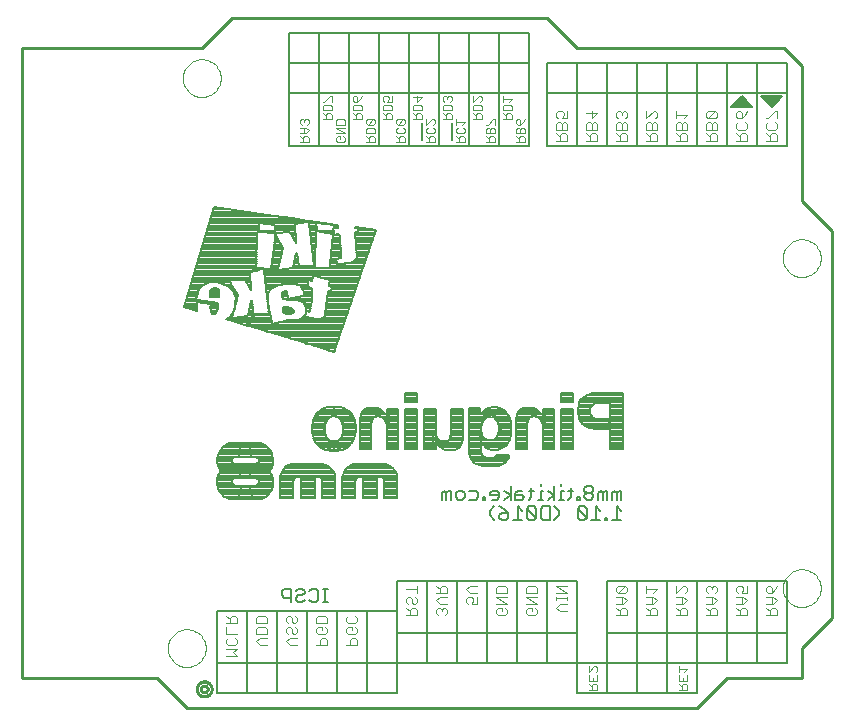
<source format=gbo>
G75*
G70*
%OFA0B0*%
%FSLAX24Y24*%
%IPPOS*%
%LPD*%
%AMOC8*
5,1,8,0,0,1.08239X$1,22.5*
%
%ADD10C,0.0000*%
%ADD11C,0.0100*%
%ADD12C,0.0060*%
%ADD13C,0.0140*%
%ADD14C,0.0040*%
%ADD15C,0.0030*%
%ADD16C,0.0050*%
%ADD17C,0.0080*%
D10*
X007531Y015342D02*
X007533Y015392D01*
X007539Y015442D01*
X007549Y015491D01*
X007563Y015539D01*
X007580Y015586D01*
X007601Y015631D01*
X007626Y015675D01*
X007654Y015716D01*
X007686Y015755D01*
X007720Y015792D01*
X007757Y015826D01*
X007797Y015856D01*
X007839Y015883D01*
X007883Y015907D01*
X007929Y015928D01*
X007976Y015944D01*
X008024Y015957D01*
X008074Y015966D01*
X008123Y015971D01*
X008174Y015972D01*
X008224Y015969D01*
X008273Y015962D01*
X008322Y015951D01*
X008370Y015936D01*
X008416Y015918D01*
X008461Y015896D01*
X008504Y015870D01*
X008545Y015841D01*
X008584Y015809D01*
X008620Y015774D01*
X008652Y015736D01*
X008682Y015696D01*
X008709Y015653D01*
X008732Y015609D01*
X008751Y015563D01*
X008767Y015515D01*
X008779Y015466D01*
X008787Y015417D01*
X008791Y015367D01*
X008791Y015317D01*
X008787Y015267D01*
X008779Y015218D01*
X008767Y015169D01*
X008751Y015121D01*
X008732Y015075D01*
X008709Y015031D01*
X008682Y014988D01*
X008652Y014948D01*
X008620Y014910D01*
X008584Y014875D01*
X008545Y014843D01*
X008504Y014814D01*
X008461Y014788D01*
X008416Y014766D01*
X008370Y014748D01*
X008322Y014733D01*
X008273Y014722D01*
X008224Y014715D01*
X008174Y014712D01*
X008123Y014713D01*
X008074Y014718D01*
X008024Y014727D01*
X007976Y014740D01*
X007929Y014756D01*
X007883Y014777D01*
X007839Y014801D01*
X007797Y014828D01*
X007757Y014858D01*
X007720Y014892D01*
X007686Y014929D01*
X007654Y014968D01*
X007626Y015009D01*
X007601Y015053D01*
X007580Y015098D01*
X007563Y015145D01*
X007549Y015193D01*
X007539Y015242D01*
X007533Y015292D01*
X007531Y015342D01*
X028031Y017342D02*
X028033Y017392D01*
X028039Y017442D01*
X028049Y017491D01*
X028063Y017539D01*
X028080Y017586D01*
X028101Y017631D01*
X028126Y017675D01*
X028154Y017716D01*
X028186Y017755D01*
X028220Y017792D01*
X028257Y017826D01*
X028297Y017856D01*
X028339Y017883D01*
X028383Y017907D01*
X028429Y017928D01*
X028476Y017944D01*
X028524Y017957D01*
X028574Y017966D01*
X028623Y017971D01*
X028674Y017972D01*
X028724Y017969D01*
X028773Y017962D01*
X028822Y017951D01*
X028870Y017936D01*
X028916Y017918D01*
X028961Y017896D01*
X029004Y017870D01*
X029045Y017841D01*
X029084Y017809D01*
X029120Y017774D01*
X029152Y017736D01*
X029182Y017696D01*
X029209Y017653D01*
X029232Y017609D01*
X029251Y017563D01*
X029267Y017515D01*
X029279Y017466D01*
X029287Y017417D01*
X029291Y017367D01*
X029291Y017317D01*
X029287Y017267D01*
X029279Y017218D01*
X029267Y017169D01*
X029251Y017121D01*
X029232Y017075D01*
X029209Y017031D01*
X029182Y016988D01*
X029152Y016948D01*
X029120Y016910D01*
X029084Y016875D01*
X029045Y016843D01*
X029004Y016814D01*
X028961Y016788D01*
X028916Y016766D01*
X028870Y016748D01*
X028822Y016733D01*
X028773Y016722D01*
X028724Y016715D01*
X028674Y016712D01*
X028623Y016713D01*
X028574Y016718D01*
X028524Y016727D01*
X028476Y016740D01*
X028429Y016756D01*
X028383Y016777D01*
X028339Y016801D01*
X028297Y016828D01*
X028257Y016858D01*
X028220Y016892D01*
X028186Y016929D01*
X028154Y016968D01*
X028126Y017009D01*
X028101Y017053D01*
X028080Y017098D01*
X028063Y017145D01*
X028049Y017193D01*
X028039Y017242D01*
X028033Y017292D01*
X028031Y017342D01*
X028031Y028342D02*
X028033Y028392D01*
X028039Y028442D01*
X028049Y028491D01*
X028063Y028539D01*
X028080Y028586D01*
X028101Y028631D01*
X028126Y028675D01*
X028154Y028716D01*
X028186Y028755D01*
X028220Y028792D01*
X028257Y028826D01*
X028297Y028856D01*
X028339Y028883D01*
X028383Y028907D01*
X028429Y028928D01*
X028476Y028944D01*
X028524Y028957D01*
X028574Y028966D01*
X028623Y028971D01*
X028674Y028972D01*
X028724Y028969D01*
X028773Y028962D01*
X028822Y028951D01*
X028870Y028936D01*
X028916Y028918D01*
X028961Y028896D01*
X029004Y028870D01*
X029045Y028841D01*
X029084Y028809D01*
X029120Y028774D01*
X029152Y028736D01*
X029182Y028696D01*
X029209Y028653D01*
X029232Y028609D01*
X029251Y028563D01*
X029267Y028515D01*
X029279Y028466D01*
X029287Y028417D01*
X029291Y028367D01*
X029291Y028317D01*
X029287Y028267D01*
X029279Y028218D01*
X029267Y028169D01*
X029251Y028121D01*
X029232Y028075D01*
X029209Y028031D01*
X029182Y027988D01*
X029152Y027948D01*
X029120Y027910D01*
X029084Y027875D01*
X029045Y027843D01*
X029004Y027814D01*
X028961Y027788D01*
X028916Y027766D01*
X028870Y027748D01*
X028822Y027733D01*
X028773Y027722D01*
X028724Y027715D01*
X028674Y027712D01*
X028623Y027713D01*
X028574Y027718D01*
X028524Y027727D01*
X028476Y027740D01*
X028429Y027756D01*
X028383Y027777D01*
X028339Y027801D01*
X028297Y027828D01*
X028257Y027858D01*
X028220Y027892D01*
X028186Y027929D01*
X028154Y027968D01*
X028126Y028009D01*
X028101Y028053D01*
X028080Y028098D01*
X028063Y028145D01*
X028049Y028193D01*
X028039Y028242D01*
X028033Y028292D01*
X028031Y028342D01*
X008031Y034342D02*
X008033Y034392D01*
X008039Y034442D01*
X008049Y034491D01*
X008063Y034539D01*
X008080Y034586D01*
X008101Y034631D01*
X008126Y034675D01*
X008154Y034716D01*
X008186Y034755D01*
X008220Y034792D01*
X008257Y034826D01*
X008297Y034856D01*
X008339Y034883D01*
X008383Y034907D01*
X008429Y034928D01*
X008476Y034944D01*
X008524Y034957D01*
X008574Y034966D01*
X008623Y034971D01*
X008674Y034972D01*
X008724Y034969D01*
X008773Y034962D01*
X008822Y034951D01*
X008870Y034936D01*
X008916Y034918D01*
X008961Y034896D01*
X009004Y034870D01*
X009045Y034841D01*
X009084Y034809D01*
X009120Y034774D01*
X009152Y034736D01*
X009182Y034696D01*
X009209Y034653D01*
X009232Y034609D01*
X009251Y034563D01*
X009267Y034515D01*
X009279Y034466D01*
X009287Y034417D01*
X009291Y034367D01*
X009291Y034317D01*
X009287Y034267D01*
X009279Y034218D01*
X009267Y034169D01*
X009251Y034121D01*
X009232Y034075D01*
X009209Y034031D01*
X009182Y033988D01*
X009152Y033948D01*
X009120Y033910D01*
X009084Y033875D01*
X009045Y033843D01*
X009004Y033814D01*
X008961Y033788D01*
X008916Y033766D01*
X008870Y033748D01*
X008822Y033733D01*
X008773Y033722D01*
X008724Y033715D01*
X008674Y033712D01*
X008623Y033713D01*
X008574Y033718D01*
X008524Y033727D01*
X008476Y033740D01*
X008429Y033756D01*
X008383Y033777D01*
X008339Y033801D01*
X008297Y033828D01*
X008257Y033858D01*
X008220Y033892D01*
X008186Y033929D01*
X008154Y033968D01*
X008126Y034009D01*
X008101Y034053D01*
X008080Y034098D01*
X008063Y034145D01*
X008049Y034193D01*
X008039Y034242D01*
X008033Y034292D01*
X008031Y034342D01*
D11*
X007161Y014342D02*
X008161Y013342D01*
X025161Y013342D01*
X026161Y014342D01*
X028661Y014342D01*
X028661Y015342D01*
X029661Y016342D01*
X029661Y029242D01*
X028661Y030242D01*
X028661Y034742D01*
X028061Y035342D01*
X021161Y035342D01*
X020161Y036342D01*
X009661Y036342D01*
X008661Y035342D01*
X002661Y035342D01*
X002661Y014342D01*
X007161Y014342D01*
X008629Y013982D02*
X008631Y014003D01*
X008637Y014022D01*
X008646Y014041D01*
X008658Y014057D01*
X008674Y014071D01*
X008691Y014082D01*
X008710Y014090D01*
X008731Y014094D01*
X008751Y014094D01*
X008772Y014090D01*
X008791Y014082D01*
X008808Y014071D01*
X008824Y014057D01*
X008836Y014041D01*
X008845Y014022D01*
X008851Y014003D01*
X008853Y013982D01*
X008851Y013961D01*
X008845Y013942D01*
X008836Y013923D01*
X008824Y013907D01*
X008808Y013893D01*
X008791Y013882D01*
X008772Y013874D01*
X008751Y013870D01*
X008731Y013870D01*
X008710Y013874D01*
X008691Y013882D01*
X008674Y013893D01*
X008658Y013907D01*
X008646Y013923D01*
X008637Y013942D01*
X008631Y013961D01*
X008629Y013982D01*
X008491Y013982D02*
X008493Y014013D01*
X008499Y014044D01*
X008509Y014074D01*
X008522Y014102D01*
X008539Y014129D01*
X008559Y014153D01*
X008582Y014175D01*
X008607Y014193D01*
X008635Y014208D01*
X008664Y014220D01*
X008694Y014228D01*
X008725Y014232D01*
X008757Y014232D01*
X008788Y014228D01*
X008818Y014220D01*
X008847Y014208D01*
X008875Y014193D01*
X008900Y014175D01*
X008923Y014153D01*
X008943Y014129D01*
X008960Y014102D01*
X008973Y014074D01*
X008983Y014044D01*
X008989Y014013D01*
X008991Y013982D01*
X008989Y013951D01*
X008983Y013920D01*
X008973Y013890D01*
X008960Y013862D01*
X008943Y013835D01*
X008923Y013811D01*
X008900Y013789D01*
X008875Y013771D01*
X008847Y013756D01*
X008818Y013744D01*
X008788Y013736D01*
X008757Y013732D01*
X008725Y013732D01*
X008694Y013736D01*
X008664Y013744D01*
X008635Y013756D01*
X008607Y013771D01*
X008582Y013789D01*
X008559Y013811D01*
X008539Y013835D01*
X008522Y013862D01*
X008509Y013890D01*
X008499Y013920D01*
X008493Y013951D01*
X008491Y013982D01*
X026411Y033442D02*
X026661Y033692D01*
X026911Y033442D01*
X026511Y033442D01*
X027411Y033692D02*
X027811Y033692D01*
X027911Y033692D02*
X027661Y033442D01*
X027411Y033692D01*
D12*
X027311Y033742D02*
X027661Y033392D01*
X028011Y033742D01*
X027311Y033742D01*
X027011Y033392D02*
X026661Y033742D01*
X026311Y033392D01*
X027011Y033392D01*
X028161Y033842D02*
X020161Y033842D01*
X020161Y034842D01*
X021161Y034842D01*
X021161Y032092D01*
X020161Y032092D01*
X020161Y033842D01*
X019561Y033842D02*
X011561Y033842D01*
X011561Y032092D01*
X018561Y032092D01*
X018561Y034842D01*
X011561Y034842D01*
X011561Y033842D01*
X011561Y034842D02*
X011561Y035842D01*
X018561Y035842D01*
X018561Y034842D01*
X019561Y034842D01*
X019561Y035842D01*
X018561Y035842D01*
X017561Y035842D02*
X017561Y032092D01*
X017011Y032272D02*
X017011Y032862D01*
X016561Y032092D02*
X016561Y035842D01*
X015561Y035842D02*
X015561Y032092D01*
X016011Y032272D02*
X016011Y032862D01*
X014561Y032092D02*
X014561Y035842D01*
X013561Y035842D02*
X013561Y032092D01*
X012561Y032092D02*
X012561Y035842D01*
X018561Y032092D02*
X019561Y032092D01*
X019561Y033842D01*
X019561Y034842D01*
X021161Y034842D02*
X022161Y034842D01*
X022161Y032092D01*
X021161Y032092D01*
X022161Y032092D02*
X023161Y032092D01*
X023161Y034842D01*
X024161Y034842D01*
X024161Y032092D01*
X023161Y032092D01*
X024161Y032092D02*
X025161Y032092D01*
X026161Y032092D01*
X026161Y034842D01*
X027161Y034842D01*
X027161Y032092D01*
X028161Y032092D02*
X026161Y032092D01*
X025161Y032092D02*
X025161Y034842D01*
X026161Y034842D01*
X027161Y034842D02*
X028161Y034842D01*
X028161Y033842D01*
X028161Y032092D01*
X025161Y034842D02*
X024161Y034842D01*
X023161Y034842D02*
X022161Y034842D01*
X022161Y017592D02*
X022161Y015842D01*
X028161Y015842D01*
X028161Y014842D01*
X027161Y014842D01*
X027161Y017592D01*
X028161Y017592D01*
X028161Y015842D01*
X027161Y014842D02*
X026161Y014842D01*
X026161Y017592D01*
X027161Y017592D01*
X026161Y017592D02*
X025161Y017592D01*
X025161Y014842D01*
X025161Y013842D01*
X024161Y013842D01*
X024161Y014842D01*
X024161Y017592D01*
X025161Y017592D01*
X024161Y017592D02*
X023161Y017592D01*
X023161Y014842D01*
X023161Y013842D01*
X022161Y013842D01*
X022161Y014842D01*
X021161Y014842D01*
X021161Y013842D01*
X022161Y013842D01*
X023161Y013842D02*
X024161Y013842D01*
X024161Y014842D02*
X023161Y014842D01*
X022161Y014842D01*
X022161Y015842D01*
X021161Y015842D02*
X015161Y015842D01*
X015161Y016592D01*
X013161Y016592D01*
X013161Y013842D01*
X012161Y013842D01*
X012161Y016592D01*
X013161Y016592D01*
X014161Y016592D02*
X014161Y013842D01*
X013161Y013842D01*
X014161Y013842D02*
X015161Y013842D01*
X015161Y014842D01*
X009161Y014842D01*
X009161Y016592D01*
X010161Y016592D01*
X010161Y013842D01*
X009161Y013842D01*
X009161Y014842D01*
X010161Y013842D02*
X011161Y013842D01*
X011161Y016592D01*
X012161Y016592D01*
X011161Y016592D02*
X010161Y016592D01*
X011161Y013842D02*
X012161Y013842D01*
X015161Y014842D02*
X015161Y015842D01*
X015161Y016592D02*
X015161Y017592D01*
X016161Y017592D01*
X016161Y014842D01*
X015161Y014842D01*
X016161Y014842D02*
X017161Y014842D01*
X017161Y017592D01*
X018161Y017592D01*
X018161Y014842D01*
X017161Y014842D01*
X018161Y014842D02*
X019161Y014842D01*
X019161Y017592D01*
X021161Y017592D01*
X021161Y015842D01*
X021161Y014842D01*
X020161Y014842D01*
X020161Y017592D01*
X019161Y017592D02*
X018161Y017592D01*
X017161Y017592D02*
X016161Y017592D01*
X019161Y014842D02*
X020161Y014842D01*
X022161Y017592D02*
X023161Y017592D01*
X024161Y014842D02*
X025161Y014842D01*
X026161Y014842D01*
D13*
X026511Y033442D02*
X026661Y033592D01*
X026761Y033492D01*
X027561Y033642D02*
X027661Y033542D01*
X027811Y033692D01*
D14*
X027781Y033239D02*
X027541Y032999D01*
X027481Y032999D01*
X027541Y032871D02*
X027481Y032810D01*
X027481Y032690D01*
X027541Y032630D01*
X027781Y032630D01*
X027841Y032690D01*
X027841Y032810D01*
X027781Y032871D01*
X027841Y032999D02*
X027841Y033239D01*
X027781Y033239D01*
X027781Y032502D02*
X027661Y032502D01*
X027601Y032442D01*
X027601Y032262D01*
X027601Y032382D02*
X027481Y032502D01*
X027481Y032262D02*
X027841Y032262D01*
X027841Y032442D01*
X027781Y032502D01*
X026841Y032442D02*
X026841Y032262D01*
X026481Y032262D01*
X026601Y032262D02*
X026601Y032442D01*
X026661Y032502D01*
X026781Y032502D01*
X026841Y032442D01*
X026781Y032630D02*
X026541Y032630D01*
X026481Y032690D01*
X026481Y032810D01*
X026541Y032871D01*
X026541Y032999D02*
X026481Y033059D01*
X026481Y033179D01*
X026541Y033239D01*
X026601Y033239D01*
X026661Y033179D01*
X026661Y032999D01*
X026541Y032999D01*
X026661Y032999D02*
X026781Y033119D01*
X026841Y033239D01*
X026781Y032871D02*
X026841Y032810D01*
X026841Y032690D01*
X026781Y032630D01*
X026601Y032382D02*
X026481Y032502D01*
X025841Y032442D02*
X025841Y032262D01*
X025481Y032262D01*
X025601Y032262D02*
X025601Y032442D01*
X025661Y032502D01*
X025781Y032502D01*
X025841Y032442D01*
X025841Y032630D02*
X025841Y032810D01*
X025781Y032871D01*
X025721Y032871D01*
X025661Y032810D01*
X025661Y032630D01*
X025481Y032630D02*
X025841Y032630D01*
X025661Y032810D02*
X025601Y032871D01*
X025541Y032871D01*
X025481Y032810D01*
X025481Y032630D01*
X025481Y032502D02*
X025601Y032382D01*
X025541Y032999D02*
X025781Y033239D01*
X025541Y033239D01*
X025481Y033179D01*
X025481Y033059D01*
X025541Y032999D01*
X025781Y032999D01*
X025841Y033059D01*
X025841Y033179D01*
X025781Y033239D01*
X024841Y033119D02*
X024721Y032999D01*
X024721Y032871D02*
X024661Y032810D01*
X024661Y032630D01*
X024661Y032502D02*
X024601Y032442D01*
X024601Y032262D01*
X024601Y032382D02*
X024481Y032502D01*
X024481Y032630D02*
X024481Y032810D01*
X024541Y032871D01*
X024601Y032871D01*
X024661Y032810D01*
X024721Y032871D02*
X024781Y032871D01*
X024841Y032810D01*
X024841Y032630D01*
X024481Y032630D01*
X024661Y032502D02*
X024781Y032502D01*
X024841Y032442D01*
X024841Y032262D01*
X024481Y032262D01*
X023841Y032262D02*
X023841Y032442D01*
X023781Y032502D01*
X023661Y032502D01*
X023601Y032442D01*
X023601Y032262D01*
X023601Y032382D02*
X023481Y032502D01*
X023481Y032630D02*
X023481Y032810D01*
X023541Y032871D01*
X023601Y032871D01*
X023661Y032810D01*
X023661Y032630D01*
X023481Y032630D02*
X023841Y032630D01*
X023841Y032810D01*
X023781Y032871D01*
X023721Y032871D01*
X023661Y032810D01*
X023781Y032999D02*
X023841Y033059D01*
X023841Y033179D01*
X023781Y033239D01*
X023721Y033239D01*
X023481Y032999D01*
X023481Y033239D01*
X022841Y033179D02*
X022841Y033059D01*
X022781Y032999D01*
X022781Y032871D02*
X022721Y032871D01*
X022661Y032810D01*
X022661Y032630D01*
X022661Y032502D02*
X022601Y032442D01*
X022601Y032262D01*
X022601Y032382D02*
X022481Y032502D01*
X022481Y032630D02*
X022481Y032810D01*
X022541Y032871D01*
X022601Y032871D01*
X022661Y032810D01*
X022781Y032871D02*
X022841Y032810D01*
X022841Y032630D01*
X022481Y032630D01*
X022661Y032502D02*
X022781Y032502D01*
X022841Y032442D01*
X022841Y032262D01*
X022481Y032262D01*
X021841Y032262D02*
X021841Y032442D01*
X021781Y032502D01*
X021661Y032502D01*
X021601Y032442D01*
X021601Y032262D01*
X021601Y032382D02*
X021481Y032502D01*
X021481Y032630D02*
X021481Y032810D01*
X021541Y032871D01*
X021601Y032871D01*
X021661Y032810D01*
X021661Y032630D01*
X021841Y032630D02*
X021841Y032810D01*
X021781Y032871D01*
X021721Y032871D01*
X021661Y032810D01*
X021661Y032999D02*
X021661Y033239D01*
X021841Y033179D02*
X021661Y032999D01*
X021481Y033179D02*
X021841Y033179D01*
X021841Y032630D02*
X021481Y032630D01*
X021481Y032262D02*
X021841Y032262D01*
X020841Y032262D02*
X020841Y032442D01*
X020781Y032502D01*
X020661Y032502D01*
X020601Y032442D01*
X020601Y032262D01*
X020601Y032382D02*
X020481Y032502D01*
X020481Y032630D02*
X020481Y032810D01*
X020541Y032871D01*
X020601Y032871D01*
X020661Y032810D01*
X020661Y032630D01*
X020841Y032630D02*
X020841Y032810D01*
X020781Y032871D01*
X020721Y032871D01*
X020661Y032810D01*
X020661Y032999D02*
X020721Y033119D01*
X020721Y033179D01*
X020661Y033239D01*
X020541Y033239D01*
X020481Y033179D01*
X020481Y033059D01*
X020541Y032999D01*
X020661Y032999D02*
X020841Y032999D01*
X020841Y033239D01*
X020841Y032630D02*
X020481Y032630D01*
X020481Y032262D02*
X020841Y032262D01*
X022481Y033059D02*
X022541Y032999D01*
X022481Y033059D02*
X022481Y033179D01*
X022541Y033239D01*
X022601Y033239D01*
X022661Y033179D01*
X022661Y033119D01*
X022661Y033179D02*
X022721Y033239D01*
X022781Y033239D01*
X022841Y033179D01*
X023481Y032262D02*
X023841Y032262D01*
X024481Y032999D02*
X024481Y033239D01*
X024481Y033119D02*
X024841Y033119D01*
X024771Y017424D02*
X024831Y017364D01*
X024831Y017244D01*
X024771Y017184D01*
X024711Y017056D02*
X024471Y017056D01*
X024471Y017184D02*
X024711Y017424D01*
X024771Y017424D01*
X024471Y017424D02*
X024471Y017184D01*
X024651Y017056D02*
X024651Y016815D01*
X024711Y016815D02*
X024471Y016815D01*
X024471Y016687D02*
X024591Y016567D01*
X024591Y016627D02*
X024591Y016447D01*
X024471Y016447D02*
X024831Y016447D01*
X024831Y016627D01*
X024771Y016687D01*
X024651Y016687D01*
X024591Y016627D01*
X024711Y016815D02*
X024831Y016936D01*
X024711Y017056D01*
X025471Y017056D02*
X025711Y017056D01*
X025831Y016936D01*
X025711Y016815D01*
X025471Y016815D01*
X025471Y016687D02*
X025591Y016567D01*
X025591Y016627D02*
X025591Y016447D01*
X025471Y016447D02*
X025831Y016447D01*
X025831Y016627D01*
X025771Y016687D01*
X025651Y016687D01*
X025591Y016627D01*
X025651Y016815D02*
X025651Y017056D01*
X025771Y017184D02*
X025831Y017244D01*
X025831Y017364D01*
X025771Y017424D01*
X025711Y017424D01*
X025651Y017364D01*
X025591Y017424D01*
X025531Y017424D01*
X025471Y017364D01*
X025471Y017244D01*
X025531Y017184D01*
X025651Y017304D02*
X025651Y017364D01*
X026471Y017364D02*
X026471Y017244D01*
X026531Y017184D01*
X026651Y017184D02*
X026711Y017304D01*
X026711Y017364D01*
X026651Y017424D01*
X026531Y017424D01*
X026471Y017364D01*
X026651Y017184D02*
X026831Y017184D01*
X026831Y017424D01*
X026711Y017056D02*
X026471Y017056D01*
X026651Y017056D02*
X026651Y016815D01*
X026711Y016815D02*
X026831Y016936D01*
X026711Y017056D01*
X026711Y016815D02*
X026471Y016815D01*
X026471Y016687D02*
X026591Y016567D01*
X026591Y016627D02*
X026591Y016447D01*
X026471Y016447D02*
X026831Y016447D01*
X026831Y016627D01*
X026771Y016687D01*
X026651Y016687D01*
X026591Y016627D01*
X027471Y016687D02*
X027591Y016567D01*
X027591Y016627D02*
X027591Y016447D01*
X027471Y016447D02*
X027831Y016447D01*
X027831Y016627D01*
X027771Y016687D01*
X027651Y016687D01*
X027591Y016627D01*
X027651Y016815D02*
X027651Y017056D01*
X027711Y017056D02*
X027471Y017056D01*
X027531Y017184D02*
X027471Y017244D01*
X027471Y017364D01*
X027531Y017424D01*
X027591Y017424D01*
X027651Y017364D01*
X027651Y017184D01*
X027531Y017184D01*
X027651Y017184D02*
X027771Y017304D01*
X027831Y017424D01*
X027711Y017056D02*
X027831Y016936D01*
X027711Y016815D01*
X027471Y016815D01*
X023831Y016936D02*
X023711Y017056D01*
X023471Y017056D01*
X023471Y017184D02*
X023471Y017424D01*
X023471Y017304D02*
X023831Y017304D01*
X023711Y017184D01*
X023651Y017056D02*
X023651Y016815D01*
X023711Y016815D02*
X023831Y016936D01*
X023711Y016815D02*
X023471Y016815D01*
X023471Y016687D02*
X023591Y016567D01*
X023591Y016627D02*
X023591Y016447D01*
X023471Y016447D02*
X023831Y016447D01*
X023831Y016627D01*
X023771Y016687D01*
X023651Y016687D01*
X023591Y016627D01*
X022831Y016627D02*
X022831Y016447D01*
X022471Y016447D01*
X022591Y016447D02*
X022591Y016627D01*
X022651Y016687D01*
X022771Y016687D01*
X022831Y016627D01*
X022711Y016815D02*
X022831Y016936D01*
X022711Y017056D01*
X022471Y017056D01*
X022531Y017184D02*
X022771Y017424D01*
X022531Y017424D01*
X022471Y017364D01*
X022471Y017244D01*
X022531Y017184D01*
X022771Y017184D01*
X022831Y017244D01*
X022831Y017364D01*
X022771Y017424D01*
X022651Y017056D02*
X022651Y016815D01*
X022711Y016815D02*
X022471Y016815D01*
X022471Y016687D02*
X022591Y016567D01*
X020831Y016570D02*
X020591Y016570D01*
X020471Y016690D01*
X020591Y016810D01*
X020831Y016810D01*
X020831Y016938D02*
X020831Y017058D01*
X020831Y016998D02*
X020471Y016998D01*
X020471Y016938D02*
X020471Y017058D01*
X020471Y017184D02*
X020831Y017184D01*
X020471Y017424D01*
X020831Y017424D01*
X019831Y017364D02*
X019831Y017184D01*
X019471Y017184D01*
X019471Y017364D01*
X019531Y017424D01*
X019771Y017424D01*
X019831Y017364D01*
X019831Y017056D02*
X019471Y017056D01*
X019831Y016815D01*
X019471Y016815D01*
X019531Y016687D02*
X019651Y016687D01*
X019651Y016567D01*
X019771Y016447D02*
X019531Y016447D01*
X019471Y016507D01*
X019471Y016627D01*
X019531Y016687D01*
X019771Y016687D02*
X019831Y016627D01*
X019831Y016507D01*
X019771Y016447D01*
X018831Y016507D02*
X018771Y016447D01*
X018531Y016447D01*
X018471Y016507D01*
X018471Y016627D01*
X018531Y016687D01*
X018651Y016687D01*
X018651Y016567D01*
X018771Y016687D02*
X018831Y016627D01*
X018831Y016507D01*
X018831Y016815D02*
X018471Y016815D01*
X018471Y017056D02*
X018831Y017056D01*
X018831Y017184D02*
X018831Y017364D01*
X018771Y017424D01*
X018531Y017424D01*
X018471Y017364D01*
X018471Y017184D01*
X018831Y017184D01*
X018831Y016815D02*
X018471Y017056D01*
X017831Y017056D02*
X017831Y016815D01*
X017651Y016815D01*
X017711Y016936D01*
X017711Y016996D01*
X017651Y017056D01*
X017531Y017056D01*
X017471Y016996D01*
X017471Y016875D01*
X017531Y016815D01*
X017591Y017184D02*
X017471Y017304D01*
X017591Y017424D01*
X017831Y017424D01*
X017831Y017184D02*
X017591Y017184D01*
X016831Y017184D02*
X016831Y017364D01*
X016771Y017424D01*
X016651Y017424D01*
X016591Y017364D01*
X016591Y017184D01*
X016591Y017304D02*
X016471Y017424D01*
X016471Y017184D02*
X016831Y017184D01*
X016831Y017056D02*
X016591Y017056D01*
X016471Y016936D01*
X016591Y016815D01*
X016831Y016815D01*
X016771Y016687D02*
X016711Y016687D01*
X016651Y016627D01*
X016591Y016687D01*
X016531Y016687D01*
X016471Y016627D01*
X016471Y016507D01*
X016531Y016447D01*
X016651Y016567D02*
X016651Y016627D01*
X016771Y016687D02*
X016831Y016627D01*
X016831Y016507D01*
X016771Y016447D01*
X015831Y016447D02*
X015831Y016627D01*
X015771Y016687D01*
X015651Y016687D01*
X015591Y016627D01*
X015591Y016447D01*
X015471Y016447D02*
X015831Y016447D01*
X015591Y016567D02*
X015471Y016687D01*
X015531Y016815D02*
X015471Y016875D01*
X015471Y016996D01*
X015531Y017056D01*
X015591Y017056D01*
X015651Y016996D01*
X015651Y016875D01*
X015711Y016815D01*
X015771Y016815D01*
X015831Y016875D01*
X015831Y016996D01*
X015771Y017056D01*
X015831Y017184D02*
X015831Y017424D01*
X015831Y017304D02*
X015471Y017304D01*
X013831Y016364D02*
X013831Y016244D01*
X013771Y016184D01*
X013531Y016184D01*
X013471Y016244D01*
X013471Y016364D01*
X013531Y016424D01*
X013771Y016424D02*
X013831Y016364D01*
X013771Y016056D02*
X013831Y015996D01*
X013831Y015875D01*
X013771Y015815D01*
X013531Y015815D01*
X013471Y015875D01*
X013471Y015996D01*
X013531Y016056D01*
X013651Y016056D01*
X013651Y015936D01*
X013651Y015687D02*
X013591Y015627D01*
X013591Y015447D01*
X013471Y015447D02*
X013831Y015447D01*
X013831Y015627D01*
X013771Y015687D01*
X013651Y015687D01*
X012831Y015627D02*
X012771Y015687D01*
X012651Y015687D01*
X012591Y015627D01*
X012591Y015447D01*
X012471Y015447D02*
X012831Y015447D01*
X012831Y015627D01*
X012771Y015815D02*
X012531Y015815D01*
X012471Y015875D01*
X012471Y015996D01*
X012531Y016056D01*
X012651Y016056D01*
X012651Y015936D01*
X012771Y016056D02*
X012831Y015996D01*
X012831Y015875D01*
X012771Y015815D01*
X012831Y016184D02*
X012471Y016184D01*
X012471Y016364D01*
X012531Y016424D01*
X012771Y016424D01*
X012831Y016364D01*
X012831Y016184D01*
X011831Y016244D02*
X011771Y016184D01*
X011711Y016184D01*
X011651Y016244D01*
X011651Y016364D01*
X011591Y016424D01*
X011531Y016424D01*
X011471Y016364D01*
X011471Y016244D01*
X011531Y016184D01*
X011531Y016056D02*
X011471Y015996D01*
X011471Y015875D01*
X011531Y015815D01*
X011651Y015875D02*
X011651Y015996D01*
X011591Y016056D01*
X011531Y016056D01*
X011651Y015875D02*
X011711Y015815D01*
X011771Y015815D01*
X011831Y015875D01*
X011831Y015996D01*
X011771Y016056D01*
X011831Y016244D02*
X011831Y016364D01*
X011771Y016424D01*
X011831Y015687D02*
X011591Y015687D01*
X011471Y015567D01*
X011591Y015447D01*
X011831Y015447D01*
X010831Y015447D02*
X010591Y015447D01*
X010471Y015567D01*
X010591Y015687D01*
X010831Y015687D01*
X010831Y015815D02*
X010471Y015815D01*
X010471Y015996D01*
X010531Y016056D01*
X010771Y016056D01*
X010831Y015996D01*
X010831Y015815D01*
X010831Y016184D02*
X010471Y016184D01*
X010471Y016364D01*
X010531Y016424D01*
X010771Y016424D01*
X010831Y016364D01*
X010831Y016184D01*
X009831Y016184D02*
X009831Y016364D01*
X009771Y016424D01*
X009651Y016424D01*
X009591Y016364D01*
X009591Y016184D01*
X009591Y016304D02*
X009471Y016424D01*
X009471Y016184D02*
X009831Y016184D01*
X009831Y015815D02*
X009471Y015815D01*
X009471Y016056D01*
X009531Y015687D02*
X009471Y015627D01*
X009471Y015507D01*
X009531Y015447D01*
X009771Y015447D01*
X009831Y015507D01*
X009831Y015627D01*
X009771Y015687D01*
X009831Y015319D02*
X009471Y015319D01*
X009471Y015079D02*
X009831Y015079D01*
X009711Y015199D01*
X009831Y015319D01*
D15*
X021556Y014736D02*
X021556Y014542D01*
X021749Y014736D01*
X021798Y014736D01*
X021846Y014688D01*
X021846Y014591D01*
X021798Y014542D01*
X021846Y014441D02*
X021846Y014248D01*
X021556Y014248D01*
X021556Y014441D01*
X021701Y014344D02*
X021701Y014248D01*
X021701Y014147D02*
X021653Y014098D01*
X021653Y013953D01*
X021653Y014050D02*
X021556Y014147D01*
X021701Y014147D02*
X021798Y014147D01*
X021846Y014098D01*
X021846Y013953D01*
X021556Y013953D01*
X024556Y013963D02*
X024846Y013963D01*
X024846Y014108D01*
X024798Y014157D01*
X024701Y014157D01*
X024653Y014108D01*
X024653Y013963D01*
X024653Y014060D02*
X024556Y014157D01*
X024556Y014258D02*
X024556Y014451D01*
X024556Y014552D02*
X024556Y014746D01*
X024556Y014649D02*
X024846Y014649D01*
X024749Y014552D01*
X024846Y014451D02*
X024846Y014258D01*
X024556Y014258D01*
X024701Y014258D02*
X024701Y014354D01*
X019426Y032207D02*
X019136Y032207D01*
X019233Y032207D02*
X019233Y032352D01*
X019281Y032401D01*
X019378Y032401D01*
X019426Y032352D01*
X019426Y032207D01*
X019233Y032304D02*
X019136Y032401D01*
X019136Y032502D02*
X019136Y032647D01*
X019184Y032695D01*
X019233Y032695D01*
X019281Y032647D01*
X019281Y032502D01*
X019281Y032647D02*
X019329Y032695D01*
X019378Y032695D01*
X019426Y032647D01*
X019426Y032502D01*
X019136Y032502D01*
X019184Y032796D02*
X019136Y032845D01*
X019136Y032941D01*
X019184Y032990D01*
X019233Y032990D01*
X019281Y032941D01*
X019281Y032796D01*
X019184Y032796D01*
X019281Y032796D02*
X019378Y032893D01*
X019426Y032990D01*
X018986Y032973D02*
X018986Y033118D01*
X018938Y033167D01*
X018841Y033167D01*
X018793Y033118D01*
X018793Y032973D01*
X018793Y033070D02*
X018696Y033167D01*
X018696Y033268D02*
X018696Y033413D01*
X018744Y033461D01*
X018938Y033461D01*
X018986Y033413D01*
X018986Y033268D01*
X018696Y033268D01*
X018696Y033562D02*
X018696Y033756D01*
X018696Y033659D02*
X018986Y033659D01*
X018889Y033562D01*
X018986Y032973D02*
X018696Y032973D01*
X018426Y032990D02*
X018378Y032990D01*
X018184Y032796D01*
X018136Y032796D01*
X018184Y032695D02*
X018136Y032647D01*
X018136Y032502D01*
X018426Y032502D01*
X018426Y032647D01*
X018378Y032695D01*
X018329Y032695D01*
X018281Y032647D01*
X018281Y032502D01*
X018281Y032401D02*
X018233Y032352D01*
X018233Y032207D01*
X018233Y032304D02*
X018136Y032401D01*
X018281Y032401D02*
X018378Y032401D01*
X018426Y032352D01*
X018426Y032207D01*
X018136Y032207D01*
X018281Y032647D02*
X018233Y032695D01*
X018184Y032695D01*
X018426Y032796D02*
X018426Y032990D01*
X017986Y032973D02*
X017986Y033118D01*
X017938Y033167D01*
X017841Y033167D01*
X017793Y033118D01*
X017793Y032973D01*
X017793Y033070D02*
X017696Y033167D01*
X017696Y033268D02*
X017696Y033413D01*
X017744Y033461D01*
X017938Y033461D01*
X017986Y033413D01*
X017986Y033268D01*
X017696Y033268D01*
X017696Y033562D02*
X017889Y033756D01*
X017938Y033756D01*
X017986Y033708D01*
X017986Y033611D01*
X017938Y033562D01*
X017696Y033562D02*
X017696Y033756D01*
X016986Y033708D02*
X016938Y033756D01*
X016889Y033756D01*
X016841Y033708D01*
X016793Y033756D01*
X016744Y033756D01*
X016696Y033708D01*
X016696Y033611D01*
X016744Y033562D01*
X016744Y033461D02*
X016938Y033461D01*
X016986Y033413D01*
X016986Y033268D01*
X016696Y033268D01*
X016696Y033413D01*
X016744Y033461D01*
X016938Y033562D02*
X016986Y033611D01*
X016986Y033708D01*
X016841Y033708D02*
X016841Y033659D01*
X016841Y033167D02*
X016793Y033118D01*
X016793Y032973D01*
X016793Y033070D02*
X016696Y033167D01*
X016841Y033167D02*
X016938Y033167D01*
X016986Y033118D01*
X016986Y032973D01*
X016696Y032973D01*
X016426Y032941D02*
X016426Y032845D01*
X016378Y032796D01*
X016378Y032695D02*
X016426Y032647D01*
X016426Y032550D01*
X016378Y032502D01*
X016184Y032502D01*
X016136Y032550D01*
X016136Y032647D01*
X016184Y032695D01*
X016136Y032796D02*
X016329Y032990D01*
X016378Y032990D01*
X016426Y032941D01*
X016136Y032990D02*
X016136Y032796D01*
X015986Y032973D02*
X015986Y033118D01*
X015938Y033167D01*
X015841Y033167D01*
X015793Y033118D01*
X015793Y032973D01*
X015793Y033070D02*
X015696Y033167D01*
X015696Y033268D02*
X015696Y033413D01*
X015744Y033461D01*
X015938Y033461D01*
X015986Y033413D01*
X015986Y033268D01*
X015696Y033268D01*
X015696Y032973D02*
X015986Y032973D01*
X015426Y032941D02*
X015378Y032990D01*
X015184Y032796D01*
X015136Y032845D01*
X015136Y032941D01*
X015184Y032990D01*
X015378Y032990D01*
X015426Y032941D02*
X015426Y032845D01*
X015378Y032796D01*
X015184Y032796D01*
X015184Y032695D02*
X015136Y032647D01*
X015136Y032550D01*
X015184Y032502D01*
X015378Y032502D01*
X015426Y032550D01*
X015426Y032647D01*
X015378Y032695D01*
X015378Y032401D02*
X015281Y032401D01*
X015233Y032352D01*
X015233Y032207D01*
X015233Y032304D02*
X015136Y032401D01*
X015136Y032207D02*
X015426Y032207D01*
X015426Y032352D01*
X015378Y032401D01*
X014986Y032973D02*
X014986Y033118D01*
X014938Y033167D01*
X014841Y033167D01*
X014793Y033118D01*
X014793Y032973D01*
X014793Y033070D02*
X014696Y033167D01*
X014696Y033268D02*
X014696Y033413D01*
X014744Y033461D01*
X014938Y033461D01*
X014986Y033413D01*
X014986Y033268D01*
X014696Y033268D01*
X014696Y032973D02*
X014986Y032973D01*
X014426Y032941D02*
X014378Y032990D01*
X014184Y032796D01*
X014136Y032845D01*
X014136Y032941D01*
X014184Y032990D01*
X014378Y032990D01*
X014426Y032941D02*
X014426Y032845D01*
X014378Y032796D01*
X014184Y032796D01*
X014184Y032695D02*
X014378Y032695D01*
X014426Y032647D01*
X014426Y032502D01*
X014136Y032502D01*
X014136Y032647D01*
X014184Y032695D01*
X014136Y032401D02*
X014233Y032304D01*
X014233Y032352D02*
X014233Y032207D01*
X014136Y032207D02*
X014426Y032207D01*
X014426Y032352D01*
X014378Y032401D01*
X014281Y032401D01*
X014233Y032352D01*
X013986Y032973D02*
X013696Y032973D01*
X013793Y032973D02*
X013793Y033118D01*
X013841Y033167D01*
X013938Y033167D01*
X013986Y033118D01*
X013986Y032973D01*
X013793Y033070D02*
X013696Y033167D01*
X013696Y033268D02*
X013696Y033413D01*
X013744Y033461D01*
X013938Y033461D01*
X013986Y033413D01*
X013986Y033268D01*
X013696Y033268D01*
X013744Y033562D02*
X013696Y033611D01*
X013696Y033708D01*
X013744Y033756D01*
X013793Y033756D01*
X013841Y033708D01*
X013841Y033562D01*
X013744Y033562D01*
X013841Y033562D02*
X013938Y033659D01*
X013986Y033756D01*
X014696Y033708D02*
X014696Y033611D01*
X014744Y033562D01*
X014841Y033562D02*
X014889Y033659D01*
X014889Y033708D01*
X014841Y033756D01*
X014744Y033756D01*
X014696Y033708D01*
X014841Y033562D02*
X014986Y033562D01*
X014986Y033756D01*
X015696Y033708D02*
X015986Y033708D01*
X015841Y033562D01*
X015841Y033756D01*
X016136Y032401D02*
X016233Y032304D01*
X016233Y032352D02*
X016233Y032207D01*
X016136Y032207D02*
X016426Y032207D01*
X016426Y032352D01*
X016378Y032401D01*
X016281Y032401D01*
X016233Y032352D01*
X017136Y032401D02*
X017233Y032304D01*
X017233Y032352D02*
X017233Y032207D01*
X017136Y032207D02*
X017426Y032207D01*
X017426Y032352D01*
X017378Y032401D01*
X017281Y032401D01*
X017233Y032352D01*
X017184Y032502D02*
X017136Y032550D01*
X017136Y032647D01*
X017184Y032695D01*
X017136Y032796D02*
X017136Y032990D01*
X017136Y032893D02*
X017426Y032893D01*
X017329Y032796D01*
X017378Y032695D02*
X017426Y032647D01*
X017426Y032550D01*
X017378Y032502D01*
X017184Y032502D01*
X017696Y032973D02*
X017986Y032973D01*
X013426Y032941D02*
X013426Y032796D01*
X013136Y032796D01*
X013136Y032941D01*
X013184Y032990D01*
X013378Y032990D01*
X013426Y032941D01*
X013426Y032695D02*
X013136Y032695D01*
X013426Y032502D01*
X013136Y032502D01*
X013184Y032401D02*
X013281Y032401D01*
X013281Y032304D01*
X013378Y032401D02*
X013426Y032352D01*
X013426Y032255D01*
X013378Y032207D01*
X013184Y032207D01*
X013136Y032255D01*
X013136Y032352D01*
X013184Y032401D01*
X012986Y032973D02*
X012986Y033118D01*
X012938Y033167D01*
X012841Y033167D01*
X012793Y033118D01*
X012793Y032973D01*
X012793Y033070D02*
X012696Y033167D01*
X012696Y033268D02*
X012696Y033413D01*
X012744Y033461D01*
X012938Y033461D01*
X012986Y033413D01*
X012986Y033268D01*
X012696Y033268D01*
X012696Y033562D02*
X012744Y033562D01*
X012938Y033756D01*
X012986Y033756D01*
X012986Y033562D01*
X012986Y032973D02*
X012696Y032973D01*
X012226Y032941D02*
X012178Y032990D01*
X012129Y032990D01*
X012081Y032941D01*
X012033Y032990D01*
X011984Y032990D01*
X011936Y032941D01*
X011936Y032845D01*
X011984Y032796D01*
X011936Y032695D02*
X012129Y032695D01*
X012226Y032598D01*
X012129Y032502D01*
X011936Y032502D01*
X011936Y032401D02*
X012033Y032304D01*
X012033Y032352D02*
X012033Y032207D01*
X011936Y032207D02*
X012226Y032207D01*
X012226Y032352D01*
X012178Y032401D01*
X012081Y032401D01*
X012033Y032352D01*
X012081Y032502D02*
X012081Y032695D01*
X012178Y032796D02*
X012226Y032845D01*
X012226Y032941D01*
X012081Y032941D02*
X012081Y032893D01*
D16*
X009189Y027330D02*
X009214Y027305D01*
X009230Y027277D01*
X009235Y027246D01*
X009223Y027058D01*
X008931Y027049D01*
X008941Y027268D01*
X008950Y027287D01*
X008992Y027316D01*
X009033Y027332D01*
X009077Y027346D01*
X009142Y027344D01*
X009189Y027330D01*
X009214Y027303D02*
X008973Y027303D01*
X008941Y027255D02*
X009234Y027255D01*
X009233Y027206D02*
X008938Y027206D01*
X008936Y027157D02*
X009230Y027157D01*
X009227Y027109D02*
X008934Y027109D01*
X008932Y027060D02*
X009224Y027060D01*
X011368Y026679D02*
X011373Y026696D01*
X011379Y026704D01*
X011398Y026716D01*
X011414Y026722D01*
X011437Y026724D01*
X011472Y026723D01*
X011542Y026710D01*
X011603Y026691D01*
X011632Y026676D01*
X011655Y026661D01*
X011702Y026618D01*
X011726Y026589D01*
X011731Y026571D01*
X011727Y026561D01*
X011713Y026543D01*
X011694Y026526D01*
X011656Y026508D01*
X011626Y026497D01*
X011604Y026491D01*
X011534Y026485D01*
X011508Y026487D01*
X011479Y026492D01*
X011438Y026501D01*
X011416Y026510D01*
X011402Y026521D01*
X011390Y026534D01*
X011378Y026553D01*
X011366Y026594D01*
X011360Y026633D01*
X011368Y026679D01*
X011366Y026672D02*
X011638Y026672D01*
X011696Y026624D02*
X011362Y026624D01*
X011372Y026575D02*
X011730Y026575D01*
X011694Y026526D02*
X011397Y026526D01*
X011410Y026721D02*
X011486Y026721D01*
X016733Y020597D02*
X016658Y020522D01*
X016658Y020297D01*
X016808Y020297D02*
X016808Y020522D01*
X016733Y020597D01*
X016808Y020522D02*
X016883Y020597D01*
X016958Y020597D01*
X016958Y020297D01*
X017118Y020372D02*
X017118Y020522D01*
X017193Y020597D01*
X017344Y020597D01*
X017419Y020522D01*
X017419Y020372D01*
X017344Y020297D01*
X017193Y020297D01*
X017118Y020372D01*
X017579Y020297D02*
X017804Y020297D01*
X017879Y020372D01*
X017879Y020522D01*
X017804Y020597D01*
X017579Y020597D01*
X018034Y020372D02*
X018034Y020297D01*
X018109Y020297D01*
X018109Y020372D01*
X018034Y020372D01*
X018269Y020447D02*
X018569Y020447D01*
X018569Y020372D02*
X018569Y020522D01*
X018494Y020597D01*
X018344Y020597D01*
X018269Y020522D01*
X018269Y020447D01*
X018344Y020297D02*
X018494Y020297D01*
X018569Y020372D01*
X018728Y020297D02*
X018953Y020447D01*
X018728Y020597D01*
X018953Y020747D02*
X018953Y020297D01*
X019113Y020297D02*
X019338Y020297D01*
X019413Y020372D01*
X019338Y020447D01*
X019113Y020447D01*
X019113Y020522D02*
X019113Y020297D01*
X019113Y020522D02*
X019188Y020597D01*
X019338Y020597D01*
X019570Y020597D02*
X019720Y020597D01*
X019645Y020672D02*
X019645Y020372D01*
X019570Y020297D01*
X019572Y020067D02*
X019497Y019992D01*
X019797Y019692D01*
X019722Y019617D01*
X019572Y019617D01*
X019497Y019692D01*
X019497Y019992D01*
X019572Y020067D02*
X019722Y020067D01*
X019797Y019992D01*
X019797Y019692D01*
X019957Y019692D02*
X019957Y019992D01*
X020032Y020067D01*
X020257Y020067D01*
X020257Y019617D01*
X020032Y019617D01*
X019957Y019692D01*
X020414Y019617D02*
X020564Y019767D01*
X020564Y019917D01*
X020414Y020067D01*
X020411Y020297D02*
X020411Y020747D01*
X020643Y020747D02*
X020643Y020822D01*
X020643Y020597D02*
X020643Y020297D01*
X020718Y020297D02*
X020568Y020297D01*
X020411Y020447D02*
X020186Y020597D01*
X020027Y020597D02*
X019952Y020597D01*
X019952Y020297D01*
X020027Y020297D02*
X019877Y020297D01*
X020186Y020297D02*
X020411Y020447D01*
X020643Y020597D02*
X020718Y020597D01*
X020874Y020597D02*
X021025Y020597D01*
X020950Y020672D02*
X020950Y020372D01*
X020874Y020297D01*
X021180Y020297D02*
X021255Y020297D01*
X021255Y020372D01*
X021180Y020372D01*
X021180Y020297D01*
X021260Y020067D02*
X021185Y019992D01*
X021485Y019692D01*
X021410Y019617D01*
X021260Y019617D01*
X021185Y019692D01*
X021185Y019992D01*
X021260Y020067D02*
X021410Y020067D01*
X021485Y019992D01*
X021485Y019692D01*
X021645Y019617D02*
X021945Y019617D01*
X021795Y019617D02*
X021795Y020067D01*
X021945Y019917D01*
X022100Y019692D02*
X022100Y019617D01*
X022175Y019617D01*
X022175Y019692D01*
X022100Y019692D01*
X022336Y019617D02*
X022636Y019617D01*
X022486Y019617D02*
X022486Y020067D01*
X022636Y019917D01*
X022636Y020297D02*
X022636Y020597D01*
X022561Y020597D01*
X022486Y020522D01*
X022411Y020597D01*
X022336Y020522D01*
X022336Y020297D01*
X022486Y020297D02*
X022486Y020522D01*
X022175Y020597D02*
X022100Y020597D01*
X022025Y020522D01*
X021950Y020597D01*
X021875Y020522D01*
X021875Y020297D01*
X022025Y020297D02*
X022025Y020522D01*
X022175Y020597D02*
X022175Y020297D01*
X021715Y020372D02*
X021715Y020447D01*
X021640Y020522D01*
X021490Y020522D01*
X021415Y020447D01*
X021415Y020372D01*
X021490Y020297D01*
X021640Y020297D01*
X021715Y020372D01*
X021640Y020522D02*
X021715Y020597D01*
X021715Y020672D01*
X021640Y020747D01*
X021490Y020747D01*
X021415Y020672D01*
X021415Y020597D01*
X021490Y020522D01*
X019952Y020747D02*
X019952Y020822D01*
X019186Y020067D02*
X019186Y019617D01*
X019036Y019617D02*
X019337Y019617D01*
X019337Y019917D02*
X019186Y020067D01*
X018876Y019842D02*
X018651Y019842D01*
X018576Y019767D01*
X018576Y019692D01*
X018651Y019617D01*
X018801Y019617D01*
X018876Y019692D01*
X018876Y019842D01*
X018726Y019992D01*
X018576Y020067D01*
X018416Y020067D02*
X018266Y019917D01*
X018266Y019767D01*
X018416Y019617D01*
X012856Y017327D02*
X012706Y017327D01*
X012781Y017327D02*
X012781Y016877D01*
X012856Y016877D02*
X012706Y016877D01*
X012549Y016952D02*
X012474Y016877D01*
X012324Y016877D01*
X012249Y016952D01*
X012089Y016952D02*
X012014Y016877D01*
X011863Y016877D01*
X011788Y016952D01*
X011788Y017027D01*
X011863Y017102D01*
X012014Y017102D01*
X012089Y017177D01*
X012089Y017252D01*
X012014Y017327D01*
X011863Y017327D01*
X011788Y017252D01*
X011628Y017327D02*
X011628Y016877D01*
X011628Y017027D02*
X011403Y017027D01*
X011328Y017102D01*
X011328Y017252D01*
X011403Y017327D01*
X011628Y017327D01*
X012249Y017252D02*
X012324Y017327D01*
X012474Y017327D01*
X012549Y017252D01*
X012549Y016952D01*
D17*
X012661Y020342D02*
X012661Y020962D01*
X012661Y021032D01*
X013111Y021032D01*
X013111Y020342D01*
X012661Y020342D01*
X012661Y020390D02*
X013111Y020390D01*
X013111Y020468D02*
X012661Y020468D01*
X012661Y020547D02*
X013111Y020547D01*
X013111Y020626D02*
X012661Y020626D01*
X012661Y020704D02*
X013111Y020704D01*
X013111Y020783D02*
X012661Y020783D01*
X012661Y020861D02*
X013111Y020861D01*
X013111Y020940D02*
X012661Y020940D01*
X012651Y020972D02*
X012621Y021032D01*
X011771Y021032D01*
X011721Y020962D01*
X011661Y021022D01*
X011261Y021042D01*
X011281Y021092D01*
X011331Y021202D01*
X011361Y021272D01*
X011401Y021322D01*
X011481Y021402D01*
X011561Y021452D01*
X011661Y021482D01*
X012711Y021482D01*
X012781Y021462D01*
X012861Y021422D01*
X012911Y021382D01*
X012981Y021312D01*
X013021Y021262D01*
X013061Y021202D01*
X013091Y021122D01*
X013111Y021042D01*
X012711Y021022D01*
X012631Y021022D01*
X012651Y020972D01*
X012661Y021018D02*
X013111Y021018D01*
X013097Y021097D02*
X011283Y021097D01*
X011261Y021032D02*
X011711Y021032D01*
X011711Y020932D01*
X011711Y020342D01*
X011261Y020342D01*
X011261Y021032D01*
X011261Y021018D02*
X011711Y021018D01*
X011665Y021018D02*
X011761Y021018D01*
X011711Y020940D02*
X011261Y020940D01*
X011261Y020861D02*
X011711Y020861D01*
X011711Y020783D02*
X011261Y020783D01*
X011261Y020704D02*
X011711Y020704D01*
X011711Y020626D02*
X011261Y020626D01*
X011261Y020547D02*
X011711Y020547D01*
X011711Y020468D02*
X011261Y020468D01*
X011261Y020390D02*
X011711Y020390D01*
X011971Y020390D02*
X012421Y020390D01*
X012421Y020342D02*
X011971Y020342D01*
X011971Y021032D01*
X012421Y021032D01*
X012421Y020342D01*
X012421Y020468D02*
X011971Y020468D01*
X011971Y020547D02*
X012421Y020547D01*
X012421Y020626D02*
X011971Y020626D01*
X011971Y020704D02*
X012421Y020704D01*
X012421Y020783D02*
X011971Y020783D01*
X011971Y020861D02*
X012421Y020861D01*
X012421Y020940D02*
X011971Y020940D01*
X011971Y021018D02*
X012421Y021018D01*
X012628Y021018D02*
X012632Y021018D01*
X012960Y021332D02*
X011411Y021332D01*
X011353Y021254D02*
X013026Y021254D01*
X013071Y021175D02*
X011319Y021175D01*
X011495Y021411D02*
X012875Y021411D01*
X012961Y021912D02*
X012821Y021932D01*
X012701Y021982D01*
X012621Y022022D01*
X012561Y022072D01*
X012441Y022212D01*
X012401Y022302D01*
X012351Y022432D01*
X012803Y022432D01*
X012831Y022362D02*
X012771Y022512D01*
X012761Y022602D01*
X012681Y022592D01*
X012761Y022602D01*
X012761Y022972D01*
X012761Y022772D01*
X012801Y022882D01*
X012861Y022992D01*
X012931Y023042D01*
X013011Y023072D01*
X013091Y023072D01*
X013071Y023382D01*
X012861Y023382D01*
X012731Y023342D01*
X012641Y023292D01*
X012561Y023232D01*
X012471Y023132D01*
X012421Y023052D01*
X012391Y023002D01*
X012571Y023162D01*
X012391Y023002D01*
X012371Y022952D01*
X012351Y022882D01*
X012331Y022722D01*
X012331Y022592D01*
X012351Y022432D01*
X012341Y022511D02*
X012771Y022511D01*
X012762Y022589D02*
X012331Y022589D01*
X012331Y022668D02*
X012761Y022668D01*
X012761Y022746D02*
X012334Y022746D01*
X012344Y022825D02*
X012761Y022825D01*
X012780Y022825D01*
X012761Y022903D02*
X012812Y022903D01*
X012761Y022903D02*
X012357Y022903D01*
X012383Y022982D02*
X012855Y022982D01*
X012980Y023060D02*
X012456Y023060D01*
X012426Y023060D01*
X012477Y023139D02*
X012545Y023139D01*
X013086Y023139D01*
X013035Y023139D02*
X013577Y023139D01*
X013645Y023139D01*
X013651Y023132D02*
X013561Y023232D01*
X013481Y023292D01*
X013391Y023342D01*
X013261Y023382D01*
X013051Y023382D01*
X013031Y023072D01*
X013111Y023072D01*
X013191Y023042D01*
X013261Y022992D01*
X013321Y022882D01*
X013361Y022772D01*
X013361Y022972D01*
X013361Y022602D01*
X013351Y022512D01*
X013291Y022362D01*
X013231Y022282D01*
X013161Y022242D01*
X013131Y022232D01*
X013061Y022232D01*
X013061Y022202D01*
X013061Y021912D01*
X012961Y021912D01*
X012963Y021961D02*
X013061Y021961D01*
X013158Y021961D01*
X013370Y021961D01*
X013421Y021982D02*
X013501Y022022D01*
X013561Y022072D01*
X013681Y022212D01*
X013721Y022302D01*
X013771Y022432D01*
X013791Y022592D01*
X013791Y022722D01*
X013771Y022882D01*
X013751Y022952D01*
X013731Y023002D01*
X013701Y023052D01*
X013651Y023132D01*
X013665Y023060D02*
X013696Y023060D01*
X013665Y023060D02*
X013142Y023060D01*
X013266Y022982D02*
X013739Y022982D01*
X013731Y023002D02*
X013551Y023162D01*
X013731Y023002D01*
X013765Y022903D02*
X013361Y022903D01*
X013309Y022903D01*
X013342Y022825D02*
X013361Y022825D01*
X013778Y022825D01*
X013788Y022746D02*
X013361Y022746D01*
X013361Y022668D02*
X013791Y022668D01*
X013790Y022589D02*
X013359Y022589D01*
X013361Y022602D02*
X013441Y022592D01*
X013361Y022602D01*
X013350Y022511D02*
X013781Y022511D01*
X013771Y022432D02*
X013319Y022432D01*
X013284Y022353D02*
X013741Y022353D01*
X013709Y022275D02*
X013218Y022275D01*
X013241Y022202D02*
X013061Y022202D01*
X012881Y022202D01*
X013061Y022202D01*
X013061Y021912D01*
X012521Y022182D01*
X013061Y021912D01*
X013161Y021912D01*
X013301Y021932D01*
X013421Y021982D01*
X013521Y022039D02*
X013315Y022039D01*
X013061Y022039D01*
X012806Y022039D01*
X012600Y022039D01*
X012649Y022118D02*
X012522Y022118D01*
X012454Y022196D02*
X013061Y022196D01*
X013667Y022196D01*
X013601Y022182D02*
X013061Y021912D01*
X013601Y022182D01*
X013600Y022118D02*
X013472Y022118D01*
X013061Y022118D01*
X012649Y022118D01*
X012752Y021961D02*
X012963Y021961D01*
X013061Y022202D02*
X013241Y022202D01*
X013061Y022202D02*
X013061Y022232D01*
X012991Y022232D01*
X012961Y022242D01*
X012891Y022282D01*
X012831Y022362D01*
X012837Y022353D02*
X012381Y022353D01*
X012413Y022275D02*
X012903Y022275D01*
X013551Y021402D02*
X013631Y021452D01*
X013731Y021482D01*
X014781Y021482D01*
X014851Y021462D01*
X014931Y021422D01*
X014981Y021382D01*
X015051Y021312D01*
X015091Y021262D01*
X015131Y021202D01*
X015161Y021122D01*
X015181Y021042D01*
X014781Y021022D01*
X014701Y021022D01*
X014721Y020972D01*
X014691Y021032D01*
X013841Y021032D01*
X013791Y020962D01*
X013731Y021022D01*
X013331Y021042D01*
X013351Y021092D01*
X013401Y021202D01*
X013431Y021272D01*
X013471Y021322D01*
X013551Y021402D01*
X013565Y021411D02*
X014945Y021411D01*
X015030Y021332D02*
X013481Y021332D01*
X013423Y021254D02*
X015096Y021254D01*
X015141Y021175D02*
X013389Y021175D01*
X013353Y021097D02*
X015167Y021097D01*
X015181Y021032D02*
X014731Y021032D01*
X014731Y020962D01*
X014731Y020342D01*
X015181Y020342D01*
X015181Y021032D01*
X015181Y021018D02*
X014731Y021018D01*
X014702Y021018D02*
X014698Y021018D01*
X014731Y020940D02*
X015181Y020940D01*
X015181Y020861D02*
X014731Y020861D01*
X014731Y020783D02*
X015181Y020783D01*
X015181Y020704D02*
X014731Y020704D01*
X014731Y020626D02*
X015181Y020626D01*
X015181Y020547D02*
X014731Y020547D01*
X014731Y020468D02*
X015181Y020468D01*
X015181Y020390D02*
X014731Y020390D01*
X014491Y020390D02*
X014041Y020390D01*
X014041Y020342D02*
X014041Y021032D01*
X014491Y021032D01*
X014491Y020342D01*
X014041Y020342D01*
X014041Y020468D02*
X014491Y020468D01*
X014491Y020547D02*
X014041Y020547D01*
X014041Y020626D02*
X014491Y020626D01*
X014491Y020704D02*
X014041Y020704D01*
X014041Y020783D02*
X014491Y020783D01*
X014491Y020861D02*
X014041Y020861D01*
X014041Y020940D02*
X014491Y020940D01*
X014491Y021018D02*
X014041Y021018D01*
X013831Y021018D02*
X013735Y021018D01*
X013781Y021018D02*
X013331Y021018D01*
X013331Y021032D02*
X013781Y021032D01*
X013781Y020932D01*
X013781Y020342D01*
X013331Y020342D01*
X013331Y021032D01*
X013331Y020940D02*
X013781Y020940D01*
X013781Y020861D02*
X013331Y020861D01*
X013331Y020783D02*
X013781Y020783D01*
X013781Y020704D02*
X013331Y020704D01*
X013331Y020626D02*
X013781Y020626D01*
X013781Y020547D02*
X013331Y020547D01*
X013331Y020468D02*
X013781Y020468D01*
X013781Y020390D02*
X013331Y020390D01*
X013921Y021972D02*
X014301Y021972D01*
X014301Y022792D01*
X014261Y022812D01*
X014321Y022902D01*
X014301Y022802D01*
X014341Y022952D01*
X014371Y023012D01*
X014411Y023042D01*
X014661Y023152D01*
X014421Y023062D01*
X014541Y023072D01*
X014611Y023062D01*
X014691Y023042D01*
X014681Y023052D01*
X014741Y022992D01*
X014771Y022952D01*
X014761Y023052D01*
X014781Y023052D01*
X014781Y022932D01*
X014811Y022842D01*
X014901Y022842D01*
X014901Y023162D01*
X014741Y023162D01*
X014741Y023182D01*
X014671Y023252D01*
X014611Y023302D01*
X014581Y023322D01*
X014521Y023342D01*
X014461Y023352D01*
X014381Y023362D01*
X014321Y023362D01*
X014251Y023352D01*
X014171Y023342D01*
X014121Y023332D01*
X014051Y023282D01*
X014011Y023252D01*
X013991Y023212D01*
X013961Y023162D01*
X013951Y023122D01*
X013921Y022982D01*
X013921Y021972D01*
X013921Y022039D02*
X014301Y022039D01*
X014301Y022118D02*
X013921Y022118D01*
X013921Y022196D02*
X014301Y022196D01*
X014301Y022275D02*
X013921Y022275D01*
X013921Y022353D02*
X014301Y022353D01*
X014301Y022432D02*
X013921Y022432D01*
X013921Y022511D02*
X014301Y022511D01*
X014301Y022589D02*
X013921Y022589D01*
X013921Y022668D02*
X014301Y022668D01*
X014301Y022746D02*
X013921Y022746D01*
X013921Y022825D02*
X014269Y022825D01*
X014305Y022825D02*
X014307Y022825D01*
X014328Y022903D02*
X013921Y022903D01*
X013921Y022982D02*
X014356Y022982D01*
X014452Y023060D02*
X013938Y023060D01*
X013955Y023139D02*
X014626Y023139D01*
X014631Y023139D02*
X014901Y023139D01*
X014901Y023060D02*
X014618Y023060D01*
X014748Y022982D02*
X014768Y022982D01*
X014781Y022982D02*
X014901Y022982D01*
X014901Y022903D02*
X014790Y022903D01*
X014821Y022903D02*
X015201Y022903D01*
X015201Y022825D02*
X014821Y022825D01*
X014821Y022746D02*
X015201Y022746D01*
X015201Y022668D02*
X014821Y022668D01*
X014821Y022589D02*
X015201Y022589D01*
X015201Y022511D02*
X014821Y022511D01*
X014821Y022432D02*
X015201Y022432D01*
X015201Y022353D02*
X014821Y022353D01*
X014821Y022275D02*
X015201Y022275D01*
X015201Y022196D02*
X014821Y022196D01*
X014821Y022118D02*
X015201Y022118D01*
X015201Y022039D02*
X014821Y022039D01*
X014821Y021972D02*
X014821Y023322D01*
X015201Y023322D01*
X015201Y021972D01*
X014821Y021972D01*
X015441Y021972D02*
X015441Y023322D01*
X015821Y023322D01*
X015821Y021972D01*
X015441Y021972D01*
X015441Y022039D02*
X015821Y022039D01*
X015821Y022118D02*
X015441Y022118D01*
X015441Y022196D02*
X015821Y022196D01*
X015821Y022275D02*
X015441Y022275D01*
X015441Y022353D02*
X015821Y022353D01*
X015821Y022432D02*
X015441Y022432D01*
X015441Y022511D02*
X015821Y022511D01*
X015821Y022589D02*
X015441Y022589D01*
X015441Y022668D02*
X015821Y022668D01*
X015821Y022746D02*
X015441Y022746D01*
X015441Y022825D02*
X015821Y022825D01*
X015821Y022903D02*
X015441Y022903D01*
X015441Y022982D02*
X015821Y022982D01*
X015821Y023060D02*
X015441Y023060D01*
X015441Y023139D02*
X015821Y023139D01*
X015821Y023217D02*
X015441Y023217D01*
X015441Y023296D02*
X015821Y023296D01*
X015821Y023532D02*
X015441Y023532D01*
X015441Y023852D01*
X015821Y023852D01*
X015821Y023532D01*
X015821Y023610D02*
X015441Y023610D01*
X015441Y023689D02*
X015821Y023689D01*
X015821Y023767D02*
X015441Y023767D01*
X015441Y023846D02*
X015821Y023846D01*
X016071Y023322D02*
X016071Y021972D01*
X016451Y021972D01*
X016451Y023322D01*
X016071Y023322D01*
X016071Y023296D02*
X016451Y023296D01*
X016451Y023217D02*
X016071Y023217D01*
X016071Y023139D02*
X016451Y023139D01*
X016451Y023060D02*
X016071Y023060D01*
X016071Y022982D02*
X016451Y022982D01*
X016451Y022903D02*
X016071Y022903D01*
X016071Y022825D02*
X016451Y022825D01*
X016451Y022746D02*
X016071Y022746D01*
X016071Y022668D02*
X016451Y022668D01*
X016451Y022589D02*
X016071Y022589D01*
X016071Y022511D02*
X016451Y022511D01*
X016461Y022462D02*
X016371Y022462D01*
X016371Y022142D01*
X016531Y022142D01*
X016531Y022122D01*
X016601Y022052D01*
X016661Y022002D01*
X016691Y021982D01*
X016751Y021962D01*
X016811Y021952D01*
X016891Y021942D01*
X016951Y021942D01*
X017021Y021952D01*
X017101Y021962D01*
X017151Y021972D01*
X017221Y022022D01*
X017261Y022052D01*
X017281Y022092D01*
X017311Y022142D01*
X017321Y022182D01*
X017351Y022322D01*
X017351Y023322D01*
X016971Y023322D01*
X016971Y022512D01*
X017011Y022492D01*
X016951Y022402D01*
X016971Y022502D01*
X016931Y022352D01*
X016901Y022292D01*
X016861Y022262D01*
X016611Y022152D01*
X016851Y022242D01*
X016731Y022232D01*
X016661Y022242D01*
X016581Y022262D01*
X016591Y022252D01*
X016531Y022312D01*
X016501Y022352D01*
X016511Y022252D01*
X016491Y022252D01*
X016491Y022372D01*
X016461Y022462D01*
X016471Y022432D02*
X016371Y022432D01*
X016371Y022353D02*
X016491Y022353D01*
X016451Y022353D02*
X016071Y022353D01*
X016071Y022275D02*
X016451Y022275D01*
X016491Y022275D02*
X016371Y022275D01*
X016371Y022196D02*
X016712Y022196D01*
X016729Y022196D02*
X017324Y022196D01*
X017341Y022275D02*
X016878Y022275D01*
X016931Y022353D02*
X017351Y022353D01*
X017351Y022432D02*
X016971Y022432D01*
X016957Y022432D02*
X016952Y022432D01*
X016974Y022511D02*
X017351Y022511D01*
X017351Y022589D02*
X016971Y022589D01*
X016971Y022668D02*
X017351Y022668D01*
X017351Y022746D02*
X016971Y022746D01*
X016971Y022825D02*
X017351Y022825D01*
X017351Y022903D02*
X016971Y022903D01*
X016971Y022982D02*
X017351Y022982D01*
X017351Y023060D02*
X016971Y023060D01*
X016971Y023139D02*
X017351Y023139D01*
X017351Y023217D02*
X016971Y023217D01*
X016971Y023296D02*
X017351Y023296D01*
X017571Y023296D02*
X017931Y023296D01*
X017931Y023332D02*
X017571Y023332D01*
X017571Y021802D01*
X017591Y021732D01*
X017641Y021632D01*
X017741Y021522D01*
X017811Y021482D01*
X017921Y021432D01*
X018041Y021402D01*
X018441Y021402D01*
X018561Y021422D01*
X018681Y021472D01*
X018751Y021522D01*
X018831Y021602D01*
X018891Y021692D01*
X018901Y021752D01*
X018901Y021792D01*
X018481Y021792D01*
X018451Y021742D01*
X018431Y021722D01*
X018381Y021692D01*
X018311Y021682D01*
X018161Y021682D01*
X018071Y021702D01*
X018021Y021752D01*
X017981Y021832D01*
X017961Y021892D01*
X017571Y021802D01*
X017961Y021802D01*
X017961Y021862D01*
X017961Y022162D01*
X017951Y022562D01*
X017961Y022532D01*
X017961Y022772D01*
X017981Y022812D01*
X017951Y022672D01*
X017991Y022862D01*
X018051Y022962D01*
X018121Y023022D01*
X018181Y023052D01*
X018211Y023062D01*
X018311Y023062D01*
X018051Y023102D01*
X018391Y023102D01*
X018461Y023092D01*
X018321Y023062D01*
X018401Y023032D01*
X018471Y022962D01*
X018531Y022872D01*
X018551Y022762D01*
X018561Y022702D01*
X018561Y022572D01*
X018531Y022482D01*
X018521Y022432D01*
X018959Y022432D01*
X018961Y022442D02*
X018981Y022572D01*
X018981Y022772D01*
X018961Y022902D01*
X018891Y023072D01*
X018841Y023162D01*
X018791Y023222D01*
X018731Y023282D01*
X018661Y023322D01*
X018581Y023352D01*
X018461Y023372D01*
X018341Y023372D01*
X018251Y023352D01*
X018181Y023332D01*
X018131Y023302D01*
X018001Y023172D01*
X017951Y023172D01*
X017931Y023182D01*
X017931Y023332D01*
X017931Y023217D02*
X017571Y023217D01*
X017571Y023139D02*
X018854Y023139D01*
X018896Y023060D02*
X018325Y023060D01*
X018206Y023060D02*
X017571Y023060D01*
X017571Y022982D02*
X018074Y022982D01*
X018016Y022903D02*
X017571Y022903D01*
X017571Y022825D02*
X017983Y022825D01*
X017966Y022746D02*
X017967Y022746D01*
X017961Y022746D02*
X017571Y022746D01*
X017571Y022668D02*
X017961Y022668D01*
X017951Y022612D02*
X017921Y022562D01*
X017981Y022192D01*
X018051Y022112D01*
X018141Y022022D01*
X018221Y021982D01*
X018301Y021962D01*
X018501Y021962D01*
X018601Y021982D01*
X018671Y022012D01*
X018741Y022052D01*
X018821Y022112D01*
X018881Y022192D01*
X018911Y022252D01*
X018941Y022322D01*
X018961Y022442D01*
X018971Y022511D02*
X018630Y022511D01*
X018629Y022511D02*
X018540Y022511D01*
X018531Y022482D02*
X018631Y022472D01*
X018621Y022772D01*
X018631Y022472D01*
X018531Y022482D01*
X018521Y022432D02*
X018471Y022362D01*
X018391Y022292D01*
X018321Y022272D01*
X018201Y022272D01*
X018131Y022302D01*
X018071Y022342D01*
X018031Y022382D01*
X018001Y022442D01*
X017951Y022612D01*
X017958Y022589D02*
X017961Y022589D01*
X017937Y022589D02*
X017571Y022589D01*
X017571Y022511D02*
X017929Y022511D01*
X017952Y022511D02*
X017981Y022511D01*
X018006Y022432D02*
X017954Y022432D01*
X017942Y022432D02*
X017571Y022432D01*
X017571Y022353D02*
X017955Y022353D01*
X017956Y022353D02*
X018059Y022353D01*
X017967Y022275D02*
X018194Y022275D01*
X018331Y022275D02*
X018921Y022275D01*
X018946Y022353D02*
X018461Y022353D01*
X018561Y022589D02*
X018627Y022589D01*
X018981Y022589D01*
X018981Y022668D02*
X018624Y022668D01*
X018561Y022668D01*
X018553Y022746D02*
X018622Y022746D01*
X018981Y022746D01*
X018973Y022825D02*
X018539Y022825D01*
X018510Y022903D02*
X018960Y022903D01*
X018928Y022982D02*
X018451Y022982D01*
X018706Y023296D02*
X018125Y023296D01*
X018046Y023217D02*
X018795Y023217D01*
X019151Y023122D02*
X019121Y022982D01*
X019121Y021972D01*
X019501Y021972D01*
X019501Y022792D01*
X019461Y022812D01*
X019521Y022902D01*
X019501Y022802D01*
X019541Y022952D01*
X019571Y023012D01*
X019611Y023042D01*
X019861Y023152D01*
X019621Y023062D01*
X019741Y023072D01*
X019811Y023062D01*
X019891Y023042D01*
X019881Y023052D01*
X019941Y022992D01*
X019971Y022952D01*
X019961Y023052D01*
X019981Y023052D01*
X019981Y022932D01*
X020011Y022842D01*
X020101Y022842D01*
X020101Y023162D01*
X019941Y023162D01*
X019941Y023182D01*
X019871Y023252D01*
X019811Y023302D01*
X019781Y023322D01*
X019721Y023342D01*
X019661Y023352D01*
X019581Y023362D01*
X019521Y023362D01*
X019451Y023352D01*
X019371Y023342D01*
X019321Y023332D01*
X019251Y023282D01*
X019211Y023252D01*
X019191Y023212D01*
X019161Y023162D01*
X019151Y023122D01*
X019155Y023139D02*
X019826Y023139D01*
X019831Y023139D02*
X020101Y023139D01*
X020101Y023060D02*
X019818Y023060D01*
X019948Y022982D02*
X019968Y022982D01*
X019981Y022982D02*
X020101Y022982D01*
X020101Y022903D02*
X019990Y022903D01*
X020021Y022903D02*
X020401Y022903D01*
X020401Y022825D02*
X020021Y022825D01*
X020021Y022746D02*
X020401Y022746D01*
X020401Y022668D02*
X020021Y022668D01*
X020021Y022589D02*
X020401Y022589D01*
X020401Y022511D02*
X020021Y022511D01*
X020021Y022432D02*
X020401Y022432D01*
X020401Y022353D02*
X020021Y022353D01*
X020021Y022275D02*
X020401Y022275D01*
X020401Y022196D02*
X020021Y022196D01*
X020021Y022118D02*
X020401Y022118D01*
X020401Y022039D02*
X020021Y022039D01*
X020021Y021972D02*
X020021Y023322D01*
X020401Y023322D01*
X020401Y021972D01*
X020021Y021972D01*
X019501Y022039D02*
X019121Y022039D01*
X019121Y022118D02*
X019501Y022118D01*
X019501Y022196D02*
X019121Y022196D01*
X019121Y022275D02*
X019501Y022275D01*
X019501Y022353D02*
X019121Y022353D01*
X019121Y022432D02*
X019501Y022432D01*
X019501Y022511D02*
X019121Y022511D01*
X019121Y022589D02*
X019501Y022589D01*
X019501Y022668D02*
X019121Y022668D01*
X019121Y022746D02*
X019501Y022746D01*
X019505Y022825D02*
X019507Y022825D01*
X019469Y022825D02*
X019121Y022825D01*
X019121Y022903D02*
X019528Y022903D01*
X019556Y022982D02*
X019121Y022982D01*
X019138Y023060D02*
X019652Y023060D01*
X019818Y023296D02*
X019270Y023296D01*
X019194Y023217D02*
X019905Y023217D01*
X020021Y023217D02*
X020401Y023217D01*
X020401Y023139D02*
X020021Y023139D01*
X020021Y023060D02*
X020401Y023060D01*
X020401Y022982D02*
X020021Y022982D01*
X020021Y023296D02*
X020401Y023296D01*
X020641Y023296D02*
X021021Y023296D01*
X021021Y023322D02*
X020641Y023322D01*
X020641Y021972D01*
X021021Y021972D01*
X021021Y023322D01*
X021021Y023217D02*
X020641Y023217D01*
X020641Y023139D02*
X021021Y023139D01*
X021021Y023060D02*
X020641Y023060D01*
X020641Y022982D02*
X021021Y022982D01*
X021021Y022903D02*
X020641Y022903D01*
X020641Y022825D02*
X021021Y022825D01*
X021021Y022746D02*
X020641Y022746D01*
X020641Y022668D02*
X021021Y022668D01*
X021021Y022589D02*
X020641Y022589D01*
X020641Y022511D02*
X021021Y022511D01*
X021021Y022432D02*
X020641Y022432D01*
X020641Y022353D02*
X021021Y022353D01*
X021021Y022275D02*
X020641Y022275D01*
X020641Y022196D02*
X021021Y022196D01*
X021021Y022118D02*
X020641Y022118D01*
X020641Y022039D02*
X021021Y022039D01*
X021451Y022732D02*
X021501Y022712D01*
X021561Y022692D01*
X021651Y022672D01*
X021721Y022662D01*
X022241Y022662D01*
X022241Y022972D01*
X021791Y022972D01*
X021711Y023012D01*
X021631Y023102D01*
X021611Y023152D01*
X021601Y023252D01*
X021611Y023322D01*
X021641Y023392D01*
X021721Y023472D01*
X021781Y023512D01*
X022271Y023512D01*
X022271Y021972D01*
X022701Y021972D01*
X022701Y023852D01*
X021821Y023852D01*
X021701Y023832D01*
X021591Y023812D01*
X021521Y023792D01*
X021441Y023752D01*
X021391Y023722D01*
X021341Y023682D01*
X021311Y023652D01*
X021281Y023612D01*
X021261Y023582D01*
X021241Y023542D01*
X021221Y023472D01*
X021191Y023262D01*
X021221Y023042D01*
X021241Y022982D01*
X021771Y022982D01*
X021721Y023012D02*
X021221Y023042D01*
X021671Y023052D01*
X021721Y023012D01*
X021668Y023060D02*
X021218Y023060D01*
X021208Y023139D02*
X021616Y023139D01*
X021604Y023217D02*
X021197Y023217D01*
X021196Y023296D02*
X021607Y023296D01*
X021633Y023375D02*
X021207Y023375D01*
X021218Y023453D02*
X021702Y023453D01*
X021471Y023767D02*
X022701Y023767D01*
X022701Y023689D02*
X021349Y023689D01*
X021280Y023610D02*
X022701Y023610D01*
X022701Y023532D02*
X021238Y023532D01*
X021021Y023532D02*
X020641Y023532D01*
X020641Y023852D01*
X021021Y023852D01*
X021021Y023842D01*
X021021Y023532D01*
X021021Y023610D02*
X020641Y023610D01*
X020641Y023689D02*
X021021Y023689D01*
X021021Y023767D02*
X020641Y023767D01*
X020641Y023846D02*
X021021Y023846D01*
X021783Y023846D02*
X022701Y023846D01*
X022701Y023453D02*
X022271Y023453D01*
X022271Y023375D02*
X022701Y023375D01*
X022701Y023296D02*
X022271Y023296D01*
X022271Y023217D02*
X022701Y023217D01*
X022701Y023139D02*
X022271Y023139D01*
X022271Y023060D02*
X022701Y023060D01*
X022701Y022982D02*
X022271Y022982D01*
X022271Y022903D02*
X022701Y022903D01*
X022701Y022825D02*
X022271Y022825D01*
X022241Y022825D02*
X021348Y022825D01*
X021301Y022872D02*
X021401Y022772D01*
X021451Y022732D01*
X021433Y022746D02*
X022241Y022746D01*
X022271Y022746D02*
X022701Y022746D01*
X022701Y022668D02*
X022271Y022668D01*
X022241Y022668D02*
X021682Y022668D01*
X021301Y022872D02*
X021261Y022932D01*
X021241Y022982D01*
X021280Y022903D02*
X022241Y022903D01*
X022271Y022589D02*
X022701Y022589D01*
X022701Y022511D02*
X022271Y022511D01*
X022271Y022432D02*
X022701Y022432D01*
X022701Y022353D02*
X022271Y022353D01*
X022271Y022275D02*
X022701Y022275D01*
X022701Y022196D02*
X022271Y022196D01*
X022271Y022118D02*
X022701Y022118D01*
X022701Y022039D02*
X022271Y022039D01*
X018896Y021725D02*
X018434Y021725D01*
X018494Y021411D02*
X018005Y021411D01*
X017798Y021489D02*
X018705Y021489D01*
X018797Y021568D02*
X017699Y021568D01*
X017634Y021647D02*
X018860Y021647D01*
X018718Y022039D02*
X018124Y022039D01*
X018046Y022118D02*
X018825Y022118D01*
X018883Y022196D02*
X017980Y022196D01*
X017960Y022196D02*
X017571Y022196D01*
X017571Y022118D02*
X017961Y022118D01*
X017961Y022039D02*
X017571Y022039D01*
X017571Y021961D02*
X017961Y021961D01*
X017961Y021882D02*
X017571Y021882D01*
X017571Y021804D02*
X017961Y021804D01*
X017995Y021804D02*
X017578Y021804D01*
X017594Y021725D02*
X018048Y021725D01*
X017964Y021882D02*
X017918Y021882D01*
X017958Y022275D02*
X017571Y022275D01*
X017296Y022118D02*
X016535Y022118D01*
X016451Y022118D02*
X016071Y022118D01*
X016071Y022196D02*
X016451Y022196D01*
X016508Y022275D02*
X016568Y022275D01*
X016451Y022432D02*
X016071Y022432D01*
X016071Y022039D02*
X016451Y022039D01*
X016616Y022039D02*
X017244Y022039D01*
X017090Y021961D02*
X016759Y021961D01*
X015201Y022982D02*
X014821Y022982D01*
X014821Y023060D02*
X015201Y023060D01*
X015201Y023139D02*
X014821Y023139D01*
X014821Y023217D02*
X015201Y023217D01*
X015201Y023296D02*
X014821Y023296D01*
X014705Y023217D02*
X013994Y023217D01*
X014070Y023296D02*
X014618Y023296D01*
X013574Y023217D02*
X013040Y023217D01*
X013081Y023217D02*
X012548Y023217D01*
X012648Y023296D02*
X013076Y023296D01*
X013045Y023296D02*
X013474Y023296D01*
X013285Y023375D02*
X013050Y023375D01*
X013071Y023375D02*
X012836Y023375D01*
X010881Y022012D02*
X010921Y021952D01*
X010991Y021842D01*
X011011Y021782D01*
X011031Y021652D01*
X011031Y021512D01*
X010991Y021362D01*
X010931Y021292D01*
X010931Y021202D01*
X009951Y021202D01*
X009971Y021482D01*
X010471Y021482D01*
X010551Y021542D01*
X010551Y021652D01*
X010481Y021712D01*
X010721Y021702D01*
X010491Y021722D01*
X009911Y021722D01*
X009911Y021832D01*
X009971Y022172D01*
X010621Y022172D01*
X010711Y022142D01*
X010771Y022112D01*
X010831Y022062D01*
X010881Y022012D01*
X010854Y022039D02*
X009947Y022039D01*
X009933Y021961D02*
X010915Y021961D01*
X010965Y021882D02*
X009920Y021882D01*
X009911Y021804D02*
X011004Y021804D01*
X011020Y021725D02*
X009911Y021725D01*
X009731Y021712D02*
X009661Y021652D01*
X009661Y021542D01*
X009741Y021482D01*
X010241Y021482D01*
X010261Y021202D01*
X009281Y021202D01*
X009281Y021292D01*
X009221Y021362D01*
X009181Y021512D01*
X009181Y021652D01*
X009201Y021782D01*
X009221Y021842D01*
X009291Y021952D01*
X009331Y022012D01*
X009381Y022062D01*
X009441Y022112D01*
X009501Y022142D01*
X009591Y022172D01*
X010241Y022172D01*
X010301Y021832D01*
X010301Y021722D01*
X009721Y021722D01*
X009491Y021702D01*
X009731Y021712D01*
X009661Y021647D02*
X009181Y021647D01*
X009192Y021725D02*
X010301Y021725D01*
X010301Y021804D02*
X009208Y021804D01*
X009246Y021882D02*
X010292Y021882D01*
X010278Y021961D02*
X009297Y021961D01*
X009358Y022039D02*
X010264Y022039D01*
X010250Y022118D02*
X009452Y022118D01*
X009961Y022118D02*
X010759Y022118D01*
X010551Y021647D02*
X011031Y021647D01*
X011031Y021568D02*
X010551Y021568D01*
X010481Y021489D02*
X011025Y021489D01*
X011004Y021411D02*
X009966Y021411D01*
X009960Y021332D02*
X010965Y021332D01*
X010941Y021282D02*
X009961Y021282D01*
X009941Y021002D01*
X010481Y021002D01*
X010561Y020942D01*
X010561Y020832D01*
X010491Y020772D01*
X010731Y020782D01*
X010501Y020762D01*
X009991Y020762D01*
X009861Y020312D01*
X010631Y020312D01*
X010721Y020342D01*
X010781Y020372D01*
X010841Y020422D01*
X010891Y020472D01*
X010931Y020532D01*
X011001Y020642D01*
X011021Y020702D01*
X011041Y020832D01*
X011041Y020972D01*
X011001Y021122D01*
X010941Y021192D01*
X010941Y021282D01*
X010941Y021254D02*
X009959Y021254D01*
X009954Y021254D02*
X010931Y021254D01*
X010955Y021175D02*
X009953Y021175D01*
X009948Y021097D02*
X011008Y021097D01*
X011029Y021018D02*
X009942Y021018D01*
X009731Y021002D02*
X010271Y021002D01*
X010251Y021282D01*
X009271Y021282D01*
X009271Y021192D01*
X009211Y021122D01*
X009171Y020972D01*
X009171Y020832D01*
X009191Y020702D01*
X009211Y020642D01*
X009281Y020532D01*
X009321Y020472D01*
X009371Y020422D01*
X009431Y020372D01*
X009491Y020342D01*
X009581Y020312D01*
X010351Y020312D01*
X010221Y020762D01*
X009711Y020762D01*
X009481Y020782D01*
X009721Y020772D01*
X009651Y020832D01*
X009651Y020942D01*
X009731Y021002D01*
X009651Y020940D02*
X009171Y020940D01*
X009171Y020861D02*
X009651Y020861D01*
X009708Y020783D02*
X009178Y020783D01*
X009191Y020704D02*
X010238Y020704D01*
X010260Y020626D02*
X009221Y020626D01*
X009271Y020547D02*
X010283Y020547D01*
X010306Y020468D02*
X009324Y020468D01*
X009409Y020390D02*
X010328Y020390D01*
X009929Y020547D02*
X010940Y020547D01*
X010990Y020626D02*
X009951Y020626D01*
X009974Y020704D02*
X011021Y020704D01*
X011033Y020783D02*
X010503Y020783D01*
X010561Y020861D02*
X011041Y020861D01*
X011041Y020940D02*
X010561Y020940D01*
X010270Y021018D02*
X009183Y021018D01*
X009204Y021097D02*
X010264Y021097D01*
X010258Y021175D02*
X009256Y021175D01*
X009271Y021254D02*
X010253Y021254D01*
X010257Y021254D02*
X009281Y021254D01*
X009246Y021332D02*
X010251Y021332D01*
X010246Y021411D02*
X009208Y021411D01*
X009187Y021489D02*
X009731Y021489D01*
X009661Y021568D02*
X009181Y021568D01*
X009906Y020468D02*
X010887Y020468D01*
X010802Y020390D02*
X009883Y020390D01*
X012455Y025403D02*
X013070Y025210D01*
X014462Y029267D01*
X013762Y029371D01*
X013753Y029371D01*
X013753Y029359D01*
X013878Y029353D01*
X013877Y029206D01*
X013767Y029209D01*
X013823Y028391D01*
X013806Y028323D01*
X014138Y028323D01*
X014165Y028401D02*
X013822Y028401D01*
X013817Y028480D02*
X014192Y028480D01*
X014219Y028558D02*
X013812Y028558D01*
X013806Y028637D02*
X014246Y028637D01*
X014273Y028715D02*
X013801Y028715D01*
X013795Y028794D02*
X014300Y028794D01*
X014327Y028873D02*
X013790Y028873D01*
X013785Y028951D02*
X014354Y028951D01*
X014381Y029030D02*
X013779Y029030D01*
X013774Y029108D02*
X014408Y029108D01*
X014435Y029187D02*
X013769Y029187D01*
X013877Y029265D02*
X014462Y029265D01*
X013946Y029344D02*
X013878Y029344D01*
X013233Y029141D02*
X013079Y029118D01*
X013044Y029341D01*
X013194Y029355D01*
X013186Y029398D01*
X013178Y029452D01*
X012902Y029492D01*
X012513Y029548D01*
X012498Y029507D01*
X013052Y029432D01*
X013033Y029256D01*
X012989Y029249D01*
X012497Y029256D01*
X012479Y029498D01*
X012515Y029547D01*
X012202Y029592D01*
X011659Y029670D01*
X011082Y029754D01*
X009067Y030043D01*
X008639Y028610D01*
X008271Y027382D01*
X008077Y026724D01*
X008515Y026590D01*
X008501Y026658D01*
X008494Y026715D01*
X008492Y026797D01*
X008501Y026879D01*
X008972Y026819D01*
X008949Y026696D01*
X008951Y026611D01*
X008963Y026551D01*
X008985Y026516D01*
X009125Y026516D01*
X009120Y026511D02*
X009144Y026538D01*
X009166Y026588D01*
X009190Y026675D01*
X009196Y026729D01*
X009199Y026857D01*
X008501Y026953D01*
X008478Y026981D01*
X008505Y027083D01*
X008543Y027233D01*
X008587Y027332D01*
X008635Y027404D01*
X008721Y027462D01*
X008847Y027512D01*
X008966Y027532D01*
X009146Y027536D01*
X009259Y027510D01*
X009353Y027481D01*
X009456Y027441D01*
X009566Y027384D01*
X009638Y027325D01*
X009694Y027262D01*
X009747Y027171D01*
X009773Y027095D01*
X009788Y027003D01*
X009782Y026876D01*
X009773Y026773D01*
X009750Y026676D01*
X009723Y026595D01*
X009735Y026595D01*
X009723Y026595D02*
X009689Y026523D01*
X009649Y026457D01*
X009618Y026412D01*
X009561Y026358D01*
X009513Y026326D01*
X009470Y026306D01*
X009677Y026381D01*
X009873Y027104D01*
X009870Y027109D01*
X009635Y027490D01*
X009599Y027602D01*
X010086Y027626D01*
X010292Y027274D01*
X010262Y027875D01*
X010480Y028000D01*
X010513Y029193D01*
X010555Y029255D01*
X010556Y029513D01*
X011106Y029440D01*
X011092Y029247D01*
X010561Y029257D01*
X010544Y029230D01*
X011118Y029169D01*
X010979Y027994D01*
X011193Y027990D01*
X011380Y028687D01*
X011114Y029149D01*
X011126Y029186D01*
X011588Y029216D01*
X011807Y028851D01*
X011769Y029467D01*
X012174Y029544D01*
X012236Y029542D01*
X012245Y029475D01*
X012393Y028119D01*
X012369Y028085D01*
X012371Y028086D01*
X012422Y028069D01*
X012459Y029235D01*
X013049Y029162D01*
X012931Y028156D01*
X012931Y028142D01*
X012918Y028011D01*
X012417Y028019D01*
X012360Y028084D01*
X012294Y028067D01*
X011895Y028066D01*
X011843Y028530D01*
X011810Y028518D01*
X011691Y028026D01*
X011673Y028004D01*
X011221Y027940D01*
X010953Y027997D01*
X010509Y028019D01*
X010299Y027893D01*
X010675Y027967D01*
X010730Y027971D01*
X010747Y027899D01*
X010829Y027087D01*
X010858Y027089D01*
X010873Y027163D01*
X010897Y027220D01*
X010928Y027268D01*
X010976Y027313D01*
X011033Y027350D01*
X011075Y027373D01*
X011221Y027432D01*
X011385Y027473D01*
X011509Y027484D01*
X011598Y027490D01*
X011734Y027482D01*
X011814Y027471D01*
X011919Y027434D01*
X011991Y027347D01*
X012028Y027278D01*
X012060Y027200D01*
X012071Y027145D01*
X012078Y027081D01*
X012048Y027066D01*
X012333Y027066D01*
X012338Y027129D02*
X012345Y027354D01*
X012191Y027392D01*
X012211Y027609D01*
X012347Y027578D01*
X012353Y027747D01*
X012426Y027749D01*
X012927Y027623D01*
X012903Y027424D01*
X013016Y027397D01*
X012976Y027229D01*
X012871Y027262D01*
X012774Y026476D01*
X012753Y026403D01*
X012703Y026348D01*
X012605Y026326D01*
X012491Y026326D01*
X012272Y026360D01*
X012091Y026418D01*
X012124Y026478D01*
X012141Y026568D01*
X012137Y026550D01*
X012119Y026466D01*
X012079Y026413D01*
X011997Y026339D01*
X011881Y026291D01*
X011779Y026284D01*
X011460Y026287D01*
X011465Y026267D01*
X011435Y026242D01*
X011007Y026163D01*
X010989Y026210D01*
X010903Y026655D01*
X010867Y026874D01*
X010851Y027023D01*
X010856Y027077D01*
X010830Y027086D01*
X010887Y026525D01*
X010845Y026479D01*
X010831Y026492D01*
X010421Y026485D01*
X010193Y026084D01*
X009462Y026303D01*
X009718Y026363D01*
X010162Y026418D01*
X010186Y026439D01*
X010296Y026930D01*
X010339Y026947D01*
X010380Y026511D01*
X010409Y026489D01*
X010142Y026098D01*
X012455Y025403D01*
X012410Y025417D02*
X013141Y025417D01*
X013168Y025495D02*
X012149Y025495D01*
X011887Y025574D02*
X013194Y025574D01*
X013221Y025652D02*
X011626Y025652D01*
X011364Y025731D02*
X013248Y025731D01*
X013275Y025809D02*
X011103Y025809D01*
X010841Y025888D02*
X013302Y025888D01*
X013329Y025966D02*
X010580Y025966D01*
X010318Y026045D02*
X013356Y026045D01*
X013383Y026124D02*
X010216Y026124D01*
X010159Y026124D02*
X010061Y026124D01*
X010213Y026202D02*
X009798Y026202D01*
X009703Y026359D02*
X010321Y026359D01*
X010350Y026359D02*
X010960Y026359D01*
X010975Y026281D02*
X010305Y026281D01*
X010267Y026281D02*
X009536Y026281D01*
X009563Y026359D02*
X009617Y026359D01*
X009635Y026438D02*
X009692Y026438D01*
X009685Y026516D02*
X009714Y026516D01*
X009749Y026673D02*
X009756Y026673D01*
X009768Y026752D02*
X009778Y026752D01*
X009778Y026830D02*
X009799Y026830D01*
X009784Y026909D02*
X009820Y026909D01*
X009842Y026988D02*
X009787Y026988D01*
X009778Y027066D02*
X009863Y027066D01*
X009848Y027145D02*
X009756Y027145D01*
X009717Y027223D02*
X009800Y027223D01*
X009751Y027302D02*
X009659Y027302D01*
X009703Y027380D02*
X009570Y027380D01*
X009654Y027459D02*
X009410Y027459D01*
X009620Y027537D02*
X008318Y027537D01*
X008295Y027459D02*
X008716Y027459D01*
X008619Y027380D02*
X008271Y027380D01*
X008248Y027302D02*
X008574Y027302D01*
X008541Y027223D02*
X008224Y027223D01*
X008201Y027145D02*
X008521Y027145D01*
X008501Y027066D02*
X008178Y027066D01*
X008155Y026988D02*
X008479Y026988D01*
X008496Y026830D02*
X008108Y026830D01*
X008085Y026752D02*
X008494Y026752D01*
X008500Y026673D02*
X008243Y026673D01*
X008131Y026909D02*
X008822Y026909D01*
X008880Y026830D02*
X009199Y026830D01*
X009197Y026752D02*
X008960Y026752D01*
X008950Y026673D02*
X009190Y026673D01*
X009168Y026595D02*
X008954Y026595D01*
X008985Y026516D02*
X009006Y026495D01*
X009034Y026482D01*
X009059Y026482D01*
X009088Y026492D01*
X009120Y026511D01*
X008514Y026595D02*
X008500Y026595D01*
X008342Y027616D02*
X009879Y027616D01*
X010092Y027616D02*
X010275Y027616D01*
X010271Y027694D02*
X008365Y027694D01*
X008389Y027773D02*
X010267Y027773D01*
X010263Y027851D02*
X008412Y027851D01*
X008436Y027930D02*
X010358Y027930D01*
X010361Y027930D02*
X010487Y027930D01*
X010492Y028009D02*
X010717Y028009D01*
X010739Y027930D02*
X014003Y027930D01*
X013976Y027851D02*
X010751Y027851D01*
X010759Y027773D02*
X013949Y027773D01*
X013922Y027694D02*
X012644Y027694D01*
X012926Y027616D02*
X013895Y027616D01*
X013868Y027537D02*
X012916Y027537D01*
X012907Y027459D02*
X013841Y027459D01*
X013815Y027380D02*
X013012Y027380D01*
X012993Y027302D02*
X013788Y027302D01*
X013761Y027223D02*
X012866Y027223D01*
X012857Y027145D02*
X013734Y027145D01*
X013707Y027066D02*
X012847Y027066D01*
X012837Y026988D02*
X013680Y026988D01*
X013653Y026909D02*
X012827Y026909D01*
X012818Y026830D02*
X013626Y026830D01*
X013599Y026752D02*
X012808Y026752D01*
X012798Y026673D02*
X013572Y026673D01*
X013545Y026595D02*
X012788Y026595D01*
X012779Y026516D02*
X013518Y026516D01*
X013491Y026438D02*
X012763Y026438D01*
X012714Y026359D02*
X013464Y026359D01*
X013437Y026281D02*
X011462Y026281D01*
X011217Y026202D02*
X013410Y026202D01*
X012276Y026359D02*
X012019Y026359D01*
X012098Y026438D02*
X012102Y026438D01*
X012130Y026516D02*
X012131Y026516D01*
X012140Y026572D02*
X012177Y026576D01*
X012202Y026570D01*
X012242Y026564D01*
X012263Y026567D01*
X012283Y026649D01*
X012307Y026781D01*
X012319Y026901D01*
X012338Y027129D01*
X012338Y027145D02*
X012071Y027145D01*
X012050Y027223D02*
X012341Y027223D01*
X012343Y027302D02*
X012015Y027302D01*
X011964Y027380D02*
X012238Y027380D01*
X012197Y027459D02*
X011848Y027459D01*
X012204Y027537D02*
X010783Y027537D01*
X010791Y027459D02*
X011329Y027459D01*
X011389Y027242D02*
X011364Y027230D01*
X011337Y027202D01*
X011336Y027189D01*
X011334Y027095D01*
X011341Y027060D01*
X011344Y027032D01*
X011354Y027010D01*
X011383Y026991D01*
X011446Y026968D01*
X011501Y026959D01*
X011682Y026949D01*
X011803Y026939D01*
X011928Y026911D01*
X011988Y026890D01*
X012023Y026869D01*
X012052Y026847D01*
X012083Y026813D01*
X012100Y026776D01*
X012119Y026711D01*
X012067Y026969D01*
X012127Y026672D01*
X012138Y026615D01*
X012140Y026600D01*
X012140Y026572D01*
X012140Y026595D02*
X012270Y026595D01*
X012288Y026673D02*
X012127Y026673D01*
X012111Y026752D02*
X012302Y026752D01*
X012312Y026830D02*
X012095Y026830D01*
X012067Y026830D01*
X012079Y026909D02*
X012320Y026909D01*
X012326Y026988D02*
X011392Y026988D01*
X011339Y027066D02*
X011524Y027066D01*
X011532Y026996D02*
X011502Y027237D01*
X011485Y027248D01*
X011424Y027250D01*
X011389Y027242D01*
X011357Y027223D02*
X011504Y027223D01*
X011514Y027145D02*
X011335Y027145D01*
X011532Y026996D02*
X012048Y027066D01*
X012079Y026909D02*
X011933Y026909D01*
X012107Y026752D02*
X012111Y026752D01*
X012349Y027616D02*
X010775Y027616D01*
X010767Y027694D02*
X012351Y027694D01*
X012371Y028087D02*
X012422Y028087D01*
X012425Y028166D02*
X012388Y028166D01*
X012379Y028244D02*
X012427Y028244D01*
X012430Y028323D02*
X012371Y028323D01*
X012362Y028401D02*
X012432Y028401D01*
X012435Y028480D02*
X012354Y028480D01*
X012345Y028558D02*
X012437Y028558D01*
X012440Y028637D02*
X012336Y028637D01*
X012328Y028715D02*
X012442Y028715D01*
X012445Y028794D02*
X012319Y028794D01*
X012311Y028873D02*
X012447Y028873D01*
X012450Y028951D02*
X012302Y028951D01*
X012294Y029030D02*
X012452Y029030D01*
X012455Y029108D02*
X012285Y029108D01*
X012276Y029187D02*
X012457Y029187D01*
X012496Y029265D02*
X012268Y029265D01*
X012259Y029344D02*
X012491Y029344D01*
X012485Y029422D02*
X012251Y029422D01*
X012241Y029501D02*
X012482Y029501D01*
X012544Y029501D02*
X012839Y029501D01*
X013051Y029422D02*
X013182Y029422D01*
X013071Y029344D02*
X013042Y029344D01*
X013034Y029265D02*
X013056Y029265D01*
X013068Y029187D02*
X012847Y029187D01*
X013043Y029108D02*
X013239Y029108D01*
X013233Y029141D02*
X013251Y029043D01*
X013281Y028837D01*
X013305Y028594D01*
X013307Y028470D01*
X013304Y028357D01*
X013284Y028345D01*
X013148Y028320D01*
X013173Y028156D01*
X013317Y028155D01*
X013584Y028192D01*
X013735Y028249D01*
X013780Y028281D01*
X013806Y028323D01*
X013723Y028244D02*
X014111Y028244D01*
X014084Y028166D02*
X013395Y028166D01*
X013172Y028166D02*
X012932Y028166D01*
X012941Y028244D02*
X013160Y028244D01*
X013162Y028323D02*
X012950Y028323D01*
X012960Y028401D02*
X013305Y028401D01*
X013307Y028480D02*
X012969Y028480D01*
X012978Y028558D02*
X013306Y028558D01*
X013301Y028637D02*
X012987Y028637D01*
X012997Y028715D02*
X013293Y028715D01*
X013286Y028794D02*
X013006Y028794D01*
X013015Y028873D02*
X013276Y028873D01*
X013265Y028951D02*
X013024Y028951D01*
X013033Y029030D02*
X013253Y029030D01*
X012292Y029579D02*
X008928Y029579D01*
X008905Y029501D02*
X010556Y029501D01*
X010556Y029422D02*
X008881Y029422D01*
X008858Y029344D02*
X010555Y029344D01*
X010555Y029265D02*
X008835Y029265D01*
X008811Y029187D02*
X010513Y029187D01*
X010511Y029108D02*
X008788Y029108D01*
X008764Y029030D02*
X010509Y029030D01*
X010507Y028951D02*
X008741Y028951D01*
X008717Y028873D02*
X010504Y028873D01*
X010502Y028794D02*
X008694Y028794D01*
X008671Y028715D02*
X010500Y028715D01*
X010498Y028637D02*
X008647Y028637D01*
X008624Y028558D02*
X010496Y028558D01*
X010494Y028480D02*
X008600Y028480D01*
X008577Y028401D02*
X010491Y028401D01*
X010489Y028323D02*
X008553Y028323D01*
X008530Y028244D02*
X010487Y028244D01*
X010485Y028166D02*
X008506Y028166D01*
X008483Y028087D02*
X010483Y028087D01*
X010480Y028009D02*
X008459Y028009D01*
X008952Y029658D02*
X011745Y029658D01*
X011772Y029422D02*
X011105Y029422D01*
X011099Y029344D02*
X011776Y029344D01*
X011781Y029265D02*
X011093Y029265D01*
X011144Y029187D02*
X010951Y029187D01*
X011111Y029108D02*
X011137Y029108D01*
X011102Y029030D02*
X011182Y029030D01*
X011228Y028951D02*
X011093Y028951D01*
X011083Y028873D02*
X011273Y028873D01*
X011318Y028794D02*
X011074Y028794D01*
X011065Y028715D02*
X011364Y028715D01*
X011367Y028637D02*
X011055Y028637D01*
X011046Y028558D02*
X011346Y028558D01*
X011324Y028480D02*
X011037Y028480D01*
X011028Y028401D02*
X011303Y028401D01*
X011282Y028323D02*
X011018Y028323D01*
X011009Y028244D02*
X011261Y028244D01*
X011240Y028166D02*
X011000Y028166D01*
X010990Y028087D02*
X011219Y028087D01*
X011198Y028009D02*
X010981Y028009D01*
X011092Y027380D02*
X010799Y027380D01*
X010807Y027302D02*
X010964Y027302D01*
X010899Y027223D02*
X010815Y027223D01*
X010823Y027145D02*
X010869Y027145D01*
X010855Y027066D02*
X010832Y027066D01*
X010840Y026988D02*
X010855Y026988D01*
X010848Y026909D02*
X010863Y026909D01*
X010856Y026830D02*
X010874Y026830D01*
X010864Y026752D02*
X010887Y026752D01*
X010872Y026673D02*
X010900Y026673D01*
X010914Y026595D02*
X010880Y026595D01*
X010879Y026516D02*
X010929Y026516D01*
X010945Y026438D02*
X010394Y026438D01*
X010374Y026438D02*
X010185Y026438D01*
X010204Y026516D02*
X010379Y026516D01*
X010372Y026595D02*
X010221Y026595D01*
X010239Y026673D02*
X010365Y026673D01*
X010357Y026752D02*
X010256Y026752D01*
X010274Y026830D02*
X010350Y026830D01*
X010343Y026909D02*
X010292Y026909D01*
X010276Y027302D02*
X010291Y027302D01*
X010287Y027380D02*
X010230Y027380D01*
X010184Y027459D02*
X010283Y027459D01*
X010279Y027537D02*
X010138Y027537D01*
X010260Y026202D02*
X010992Y026202D01*
X012663Y025338D02*
X013114Y025338D01*
X013087Y025260D02*
X012913Y025260D01*
X012925Y028087D02*
X014057Y028087D01*
X014030Y028009D02*
X011676Y028009D01*
X011706Y028087D02*
X011893Y028087D01*
X011884Y028166D02*
X011725Y028166D01*
X011744Y028244D02*
X011875Y028244D01*
X011866Y028323D02*
X011763Y028323D01*
X011782Y028401D02*
X011858Y028401D01*
X011849Y028480D02*
X011801Y028480D01*
X011794Y028873D02*
X011805Y028873D01*
X011801Y028951D02*
X011747Y028951D01*
X011700Y029030D02*
X011796Y029030D01*
X011791Y029108D02*
X011653Y029108D01*
X011605Y029187D02*
X011786Y029187D01*
X011948Y029501D02*
X010647Y029501D01*
X010658Y029815D02*
X008999Y029815D01*
X009022Y029894D02*
X010109Y029894D01*
X009560Y029972D02*
X009046Y029972D01*
X008975Y029737D02*
X011205Y029737D01*
M02*

</source>
